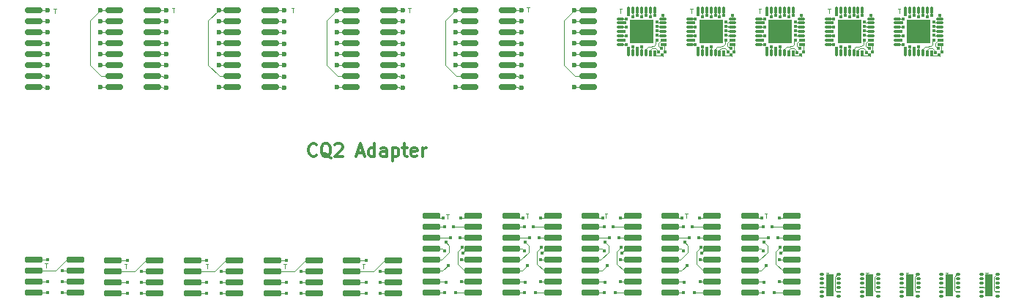
<source format=gbr>
%TF.GenerationSoftware,KiCad,Pcbnew,9.0.1*%
%TF.CreationDate,2025-04-16T14:08:05+02:00*%
%TF.ProjectId,cq2-adapt,6371322d-6164-4617-9074-2e6b69636164,rev?*%
%TF.SameCoordinates,Original*%
%TF.FileFunction,Copper,L1,Top*%
%TF.FilePolarity,Positive*%
%FSLAX46Y46*%
G04 Gerber Fmt 4.6, Leading zero omitted, Abs format (unit mm)*
G04 Created by KiCad (PCBNEW 9.0.1) date 2025-04-16 14:08:05*
%MOMM*%
%LPD*%
G01*
G04 APERTURE LIST*
G04 Aperture macros list*
%AMRoundRect*
0 Rectangle with rounded corners*
0 $1 Rounding radius*
0 $2 $3 $4 $5 $6 $7 $8 $9 X,Y pos of 4 corners*
0 Add a 4 corners polygon primitive as box body*
4,1,4,$2,$3,$4,$5,$6,$7,$8,$9,$2,$3,0*
0 Add four circle primitives for the rounded corners*
1,1,$1+$1,$2,$3*
1,1,$1+$1,$4,$5*
1,1,$1+$1,$6,$7*
1,1,$1+$1,$8,$9*
0 Add four rect primitives between the rounded corners*
20,1,$1+$1,$2,$3,$4,$5,0*
20,1,$1+$1,$4,$5,$6,$7,0*
20,1,$1+$1,$6,$7,$8,$9,0*
20,1,$1+$1,$8,$9,$2,$3,0*%
G04 Aperture macros list end*
%ADD10C,0.300000*%
%TA.AperFunction,NonConductor*%
%ADD11C,0.300000*%
%TD*%
%ADD12C,0.100000*%
%TA.AperFunction,NonConductor*%
%ADD13C,0.100000*%
%TD*%
%TA.AperFunction,SMDPad,CuDef*%
%ADD14RoundRect,0.170016X-0.864984X-0.159984X0.864984X-0.159984X0.864984X0.159984X-0.864984X0.159984X0*%
%TD*%
%TA.AperFunction,SMDPad,CuDef*%
%ADD15RoundRect,0.062500X-0.187500X-0.062500X0.187500X-0.062500X0.187500X0.062500X-0.187500X0.062500X0*%
%TD*%
%TA.AperFunction,SMDPad,CuDef*%
%ADD16R,0.900000X2.650000*%
%TD*%
%TA.AperFunction,ComponentPad*%
%ADD17C,0.600000*%
%TD*%
%TA.AperFunction,SMDPad,CuDef*%
%ADD18RoundRect,0.075000X0.350000X-0.075000X0.350000X0.075000X-0.350000X0.075000X-0.350000X-0.075000X0*%
%TD*%
%TA.AperFunction,SMDPad,CuDef*%
%ADD19RoundRect,0.075000X-0.075000X-0.350000X0.075000X-0.350000X0.075000X0.350000X-0.075000X0.350000X0*%
%TD*%
%TA.AperFunction,SMDPad,CuDef*%
%ADD20RoundRect,0.075000X-0.075000X-0.300000X0.075000X-0.300000X0.075000X0.300000X-0.075000X0.300000X0*%
%TD*%
%TA.AperFunction,SMDPad,CuDef*%
%ADD21RoundRect,0.075000X0.300000X-0.075000X0.300000X0.075000X-0.300000X0.075000X-0.300000X-0.075000X0*%
%TD*%
%TA.AperFunction,SMDPad,CuDef*%
%ADD22R,2.800000X2.800000*%
%TD*%
%TA.AperFunction,SMDPad,CuDef*%
%ADD23RoundRect,0.150000X-0.875000X-0.150000X0.875000X-0.150000X0.875000X0.150000X-0.875000X0.150000X0*%
%TD*%
%TA.AperFunction,ViaPad*%
%ADD24C,0.600000*%
%TD*%
%TA.AperFunction,ViaPad*%
%ADD25C,0.400000*%
%TD*%
%TA.AperFunction,Conductor*%
%ADD26C,0.100000*%
%TD*%
%TA.AperFunction,Conductor*%
%ADD27C,0.120000*%
%TD*%
G04 APERTURE END LIST*
D10*
D11*
X98811653Y-96357971D02*
X98740225Y-96429400D01*
X98740225Y-96429400D02*
X98525939Y-96500828D01*
X98525939Y-96500828D02*
X98383082Y-96500828D01*
X98383082Y-96500828D02*
X98168796Y-96429400D01*
X98168796Y-96429400D02*
X98025939Y-96286542D01*
X98025939Y-96286542D02*
X97954510Y-96143685D01*
X97954510Y-96143685D02*
X97883082Y-95857971D01*
X97883082Y-95857971D02*
X97883082Y-95643685D01*
X97883082Y-95643685D02*
X97954510Y-95357971D01*
X97954510Y-95357971D02*
X98025939Y-95215114D01*
X98025939Y-95215114D02*
X98168796Y-95072257D01*
X98168796Y-95072257D02*
X98383082Y-95000828D01*
X98383082Y-95000828D02*
X98525939Y-95000828D01*
X98525939Y-95000828D02*
X98740225Y-95072257D01*
X98740225Y-95072257D02*
X98811653Y-95143685D01*
X100454510Y-96643685D02*
X100311653Y-96572257D01*
X100311653Y-96572257D02*
X100168796Y-96429400D01*
X100168796Y-96429400D02*
X99954510Y-96215114D01*
X99954510Y-96215114D02*
X99811653Y-96143685D01*
X99811653Y-96143685D02*
X99668796Y-96143685D01*
X99740225Y-96500828D02*
X99597368Y-96429400D01*
X99597368Y-96429400D02*
X99454510Y-96286542D01*
X99454510Y-96286542D02*
X99383082Y-96000828D01*
X99383082Y-96000828D02*
X99383082Y-95500828D01*
X99383082Y-95500828D02*
X99454510Y-95215114D01*
X99454510Y-95215114D02*
X99597368Y-95072257D01*
X99597368Y-95072257D02*
X99740225Y-95000828D01*
X99740225Y-95000828D02*
X100025939Y-95000828D01*
X100025939Y-95000828D02*
X100168796Y-95072257D01*
X100168796Y-95072257D02*
X100311653Y-95215114D01*
X100311653Y-95215114D02*
X100383082Y-95500828D01*
X100383082Y-95500828D02*
X100383082Y-96000828D01*
X100383082Y-96000828D02*
X100311653Y-96286542D01*
X100311653Y-96286542D02*
X100168796Y-96429400D01*
X100168796Y-96429400D02*
X100025939Y-96500828D01*
X100025939Y-96500828D02*
X99740225Y-96500828D01*
X100954511Y-95143685D02*
X101025939Y-95072257D01*
X101025939Y-95072257D02*
X101168797Y-95000828D01*
X101168797Y-95000828D02*
X101525939Y-95000828D01*
X101525939Y-95000828D02*
X101668797Y-95072257D01*
X101668797Y-95072257D02*
X101740225Y-95143685D01*
X101740225Y-95143685D02*
X101811654Y-95286542D01*
X101811654Y-95286542D02*
X101811654Y-95429400D01*
X101811654Y-95429400D02*
X101740225Y-95643685D01*
X101740225Y-95643685D02*
X100883082Y-96500828D01*
X100883082Y-96500828D02*
X101811654Y-96500828D01*
X103525939Y-96072257D02*
X104240225Y-96072257D01*
X103383082Y-96500828D02*
X103883082Y-95000828D01*
X103883082Y-95000828D02*
X104383082Y-96500828D01*
X105525939Y-96500828D02*
X105525939Y-95000828D01*
X105525939Y-96429400D02*
X105383081Y-96500828D01*
X105383081Y-96500828D02*
X105097367Y-96500828D01*
X105097367Y-96500828D02*
X104954510Y-96429400D01*
X104954510Y-96429400D02*
X104883081Y-96357971D01*
X104883081Y-96357971D02*
X104811653Y-96215114D01*
X104811653Y-96215114D02*
X104811653Y-95786542D01*
X104811653Y-95786542D02*
X104883081Y-95643685D01*
X104883081Y-95643685D02*
X104954510Y-95572257D01*
X104954510Y-95572257D02*
X105097367Y-95500828D01*
X105097367Y-95500828D02*
X105383081Y-95500828D01*
X105383081Y-95500828D02*
X105525939Y-95572257D01*
X106883082Y-96500828D02*
X106883082Y-95715114D01*
X106883082Y-95715114D02*
X106811653Y-95572257D01*
X106811653Y-95572257D02*
X106668796Y-95500828D01*
X106668796Y-95500828D02*
X106383082Y-95500828D01*
X106383082Y-95500828D02*
X106240224Y-95572257D01*
X106883082Y-96429400D02*
X106740224Y-96500828D01*
X106740224Y-96500828D02*
X106383082Y-96500828D01*
X106383082Y-96500828D02*
X106240224Y-96429400D01*
X106240224Y-96429400D02*
X106168796Y-96286542D01*
X106168796Y-96286542D02*
X106168796Y-96143685D01*
X106168796Y-96143685D02*
X106240224Y-96000828D01*
X106240224Y-96000828D02*
X106383082Y-95929400D01*
X106383082Y-95929400D02*
X106740224Y-95929400D01*
X106740224Y-95929400D02*
X106883082Y-95857971D01*
X107597367Y-95500828D02*
X107597367Y-97000828D01*
X107597367Y-95572257D02*
X107740225Y-95500828D01*
X107740225Y-95500828D02*
X108025939Y-95500828D01*
X108025939Y-95500828D02*
X108168796Y-95572257D01*
X108168796Y-95572257D02*
X108240225Y-95643685D01*
X108240225Y-95643685D02*
X108311653Y-95786542D01*
X108311653Y-95786542D02*
X108311653Y-96215114D01*
X108311653Y-96215114D02*
X108240225Y-96357971D01*
X108240225Y-96357971D02*
X108168796Y-96429400D01*
X108168796Y-96429400D02*
X108025939Y-96500828D01*
X108025939Y-96500828D02*
X107740225Y-96500828D01*
X107740225Y-96500828D02*
X107597367Y-96429400D01*
X108740225Y-95500828D02*
X109311653Y-95500828D01*
X108954510Y-95000828D02*
X108954510Y-96286542D01*
X108954510Y-96286542D02*
X109025939Y-96429400D01*
X109025939Y-96429400D02*
X109168796Y-96500828D01*
X109168796Y-96500828D02*
X109311653Y-96500828D01*
X110383082Y-96429400D02*
X110240225Y-96500828D01*
X110240225Y-96500828D02*
X109954511Y-96500828D01*
X109954511Y-96500828D02*
X109811653Y-96429400D01*
X109811653Y-96429400D02*
X109740225Y-96286542D01*
X109740225Y-96286542D02*
X109740225Y-95715114D01*
X109740225Y-95715114D02*
X109811653Y-95572257D01*
X109811653Y-95572257D02*
X109954511Y-95500828D01*
X109954511Y-95500828D02*
X110240225Y-95500828D01*
X110240225Y-95500828D02*
X110383082Y-95572257D01*
X110383082Y-95572257D02*
X110454511Y-95715114D01*
X110454511Y-95715114D02*
X110454511Y-95857971D01*
X110454511Y-95857971D02*
X109740225Y-96000828D01*
X111097367Y-96500828D02*
X111097367Y-95500828D01*
X111097367Y-95786542D02*
X111168796Y-95643685D01*
X111168796Y-95643685D02*
X111240225Y-95572257D01*
X111240225Y-95572257D02*
X111383082Y-95500828D01*
X111383082Y-95500828D02*
X111525939Y-95500828D01*
D12*
D13*
X133813408Y-79433609D02*
X134099122Y-79433609D01*
X133956265Y-79933609D02*
X133956265Y-79433609D01*
D12*
D13*
X142013408Y-79433609D02*
X142299122Y-79433609D01*
X142156265Y-79933609D02*
X142156265Y-79433609D01*
D12*
D13*
X149913408Y-79433609D02*
X150199122Y-79433609D01*
X150056265Y-79933609D02*
X150056265Y-79433609D01*
D12*
D13*
X157913408Y-79433609D02*
X158199122Y-79433609D01*
X158056265Y-79933609D02*
X158056265Y-79433609D01*
D12*
D13*
X166013408Y-79433609D02*
X166299122Y-79433609D01*
X166156265Y-79933609D02*
X166156265Y-79433609D01*
D12*
D13*
X176113408Y-109933609D02*
X176399122Y-109933609D01*
X176256265Y-110433609D02*
X176256265Y-109933609D01*
D12*
D13*
X171513408Y-109933609D02*
X171799122Y-109933609D01*
X171656265Y-110433609D02*
X171656265Y-109933609D01*
D12*
D13*
X166913408Y-109933609D02*
X167199122Y-109933609D01*
X167056265Y-110433609D02*
X167056265Y-109933609D01*
D12*
D13*
X162313408Y-109933609D02*
X162599122Y-109933609D01*
X162456265Y-110433609D02*
X162456265Y-109933609D01*
D12*
D13*
X157713408Y-109933609D02*
X157999122Y-109933609D01*
X157856265Y-110433609D02*
X157856265Y-109933609D01*
D12*
D13*
X150613408Y-103133609D02*
X150899122Y-103133609D01*
X150756265Y-103633609D02*
X150756265Y-103133609D01*
D12*
D13*
X141413408Y-103133609D02*
X141699122Y-103133609D01*
X141556265Y-103633609D02*
X141556265Y-103133609D01*
D12*
D13*
X132113408Y-103133609D02*
X132399122Y-103133609D01*
X132256265Y-103633609D02*
X132256265Y-103133609D01*
D12*
D13*
X123013408Y-103133609D02*
X123299122Y-103133609D01*
X123156265Y-103633609D02*
X123156265Y-103133609D01*
D12*
D13*
X113813408Y-103233609D02*
X114099122Y-103233609D01*
X113956265Y-103733609D02*
X113956265Y-103233609D01*
D12*
D13*
X123113408Y-79233609D02*
X123399122Y-79233609D01*
X123256265Y-79733609D02*
X123256265Y-79233609D01*
D12*
D13*
X109413408Y-79333609D02*
X109699122Y-79333609D01*
X109556265Y-79833609D02*
X109556265Y-79333609D01*
D12*
D13*
X95913408Y-79333609D02*
X96199122Y-79333609D01*
X96056265Y-79833609D02*
X96056265Y-79333609D01*
D12*
D13*
X82113408Y-79333609D02*
X82399122Y-79333609D01*
X82256265Y-79833609D02*
X82256265Y-79333609D01*
D12*
D13*
X68413408Y-79433609D02*
X68699122Y-79433609D01*
X68556265Y-79933609D02*
X68556265Y-79433609D01*
D12*
D13*
X104113408Y-108933609D02*
X104399122Y-108933609D01*
X104256265Y-109433609D02*
X104256265Y-108933609D01*
D12*
D13*
X95013408Y-108933609D02*
X95299122Y-108933609D01*
X95156265Y-109433609D02*
X95156265Y-108933609D01*
D12*
D13*
X67413408Y-108833609D02*
X67699122Y-108833609D01*
X67556265Y-109333609D02*
X67556265Y-108833609D01*
D12*
D13*
X86013408Y-108933609D02*
X86299122Y-108933609D01*
X86156265Y-109433609D02*
X86156265Y-108933609D01*
D12*
D13*
X76613408Y-108933609D02*
X76899122Y-108933609D01*
X76756265Y-109433609D02*
X76756265Y-108933609D01*
D14*
%TO.P,UT5,1,RO*%
%TO.N,Net-(UT5-RO)*%
X93675000Y-108495000D03*
%TO.P,UT5,2,~{RE}*%
%TO.N,Net-(UT5-VCC)*%
X93675000Y-109765000D03*
%TO.P,UT5,3,DE*%
%TO.N,Net-(UT5-DE)*%
X93675000Y-111035000D03*
%TO.P,UT5,4,DI*%
%TO.N,Net-(UT5-DI)*%
X93675000Y-112305000D03*
%TO.P,UT5,5,GND*%
%TO.N,Net-(UT5-GND)*%
X98525000Y-112305000D03*
%TO.P,UT5,6,A*%
%TO.N,Net-(UT5-A)*%
X98525000Y-111035000D03*
%TO.P,UT5,7,B*%
%TO.N,Net-(UT5-B)*%
X98525000Y-109765000D03*
%TO.P,UT5,8,VCC*%
%TO.N,Net-(UT5-VCC)*%
X98525000Y-108495000D03*
%TD*%
D15*
%TO.P,UT2,1,PGOOD*%
%TO.N,Net-(UB2-PGOOD)*%
X175650000Y-110150000D03*
%TO.P,UT2,2,FB+*%
%TO.N,Net-(UB2-FB+)*%
X175650000Y-110650000D03*
%TO.P,UT2,3,VIN*%
%TO.N,Net-(UB2-VIN)*%
X175650000Y-111150000D03*
%TO.P,UT2,4,GND*%
%TO.N,Net-(UB2-GND)*%
X175650000Y-111650000D03*
%TO.P,UT2,5,CP*%
%TO.N,Net-(UB2-CP)*%
X175650000Y-112150000D03*
%TO.P,UT2,6,OUT-*%
%TO.N,Net-(UB2-OUT-)*%
X175650000Y-112650000D03*
%TO.P,UT2,7,FB-*%
%TO.N,Net-(UB2-FB-)*%
X177550000Y-112650000D03*
%TO.P,UT2,8,EN-*%
%TO.N,Net-(UB2-EN+)*%
X177550000Y-112150000D03*
%TO.P,UT2,9,C-*%
%TO.N,Net-(UB2-C-)*%
X177551000Y-111650000D03*
%TO.P,UT2,10,C+*%
%TO.N,Net-(UB2-C+)*%
X177551000Y-111150000D03*
%TO.P,UT2,11,OUT+*%
%TO.N,Net-(UB2-OUT+)*%
X177551000Y-110650000D03*
%TO.P,UT2,12,EN+*%
%TO.N,Net-(UB2-EN+)*%
X177550000Y-110150000D03*
D16*
%TO.P,UT2,EP,PAD*%
%TO.N,Net-(UB2-GND)*%
X176550000Y-111400000D03*
D17*
X176600000Y-110400000D03*
X176600000Y-111400000D03*
X176600000Y-112400000D03*
%TD*%
D15*
%TO.P,UT2,1,PGOOD*%
%TO.N,Net-(UB2-PGOOD)*%
X161850000Y-110150000D03*
%TO.P,UT2,2,FB+*%
%TO.N,Net-(UB2-FB+)*%
X161850000Y-110650000D03*
%TO.P,UT2,3,VIN*%
%TO.N,Net-(UB2-VIN)*%
X161850000Y-111150000D03*
%TO.P,UT2,4,GND*%
%TO.N,Net-(UB2-GND)*%
X161850000Y-111650000D03*
%TO.P,UT2,5,CP*%
%TO.N,Net-(UB2-CP)*%
X161850000Y-112150000D03*
%TO.P,UT2,6,OUT-*%
%TO.N,Net-(UB2-OUT-)*%
X161850000Y-112650000D03*
%TO.P,UT2,7,FB-*%
%TO.N,Net-(UB2-FB-)*%
X163750000Y-112650000D03*
%TO.P,UT2,8,EN-*%
%TO.N,Net-(UB2-EN+)*%
X163750000Y-112150000D03*
%TO.P,UT2,9,C-*%
%TO.N,Net-(UB2-C-)*%
X163751000Y-111650000D03*
%TO.P,UT2,10,C+*%
%TO.N,Net-(UB2-C+)*%
X163751000Y-111150000D03*
%TO.P,UT2,11,OUT+*%
%TO.N,Net-(UB2-OUT+)*%
X163751000Y-110650000D03*
%TO.P,UT2,12,EN+*%
%TO.N,Net-(UB2-EN+)*%
X163750000Y-110150000D03*
D16*
%TO.P,UT2,EP,PAD*%
%TO.N,Net-(UB2-GND)*%
X162750000Y-111400000D03*
D17*
X162800000Y-110400000D03*
X162800000Y-111400000D03*
X162800000Y-112400000D03*
%TD*%
%TO.P,UB3,EP,EP*%
%TO.N,Net-(UB3-PadEP)*%
X159752494Y-81402497D03*
X159752494Y-82702497D03*
X161052494Y-81402497D03*
X161052494Y-82702497D03*
%TD*%
D15*
%TO.P,UT2,1,PGOOD*%
%TO.N,Net-(UB2-PGOOD)*%
X157250000Y-110150000D03*
%TO.P,UT2,2,FB+*%
%TO.N,Net-(UB2-FB+)*%
X157250000Y-110650000D03*
%TO.P,UT2,3,VIN*%
%TO.N,Net-(UB2-VIN)*%
X157250000Y-111150000D03*
%TO.P,UT2,4,GND*%
%TO.N,Net-(UB2-GND)*%
X157250000Y-111650000D03*
%TO.P,UT2,5,CP*%
%TO.N,Net-(UB2-CP)*%
X157250000Y-112150000D03*
%TO.P,UT2,6,OUT-*%
%TO.N,Net-(UB2-OUT-)*%
X157250000Y-112650000D03*
%TO.P,UT2,7,FB-*%
%TO.N,Net-(UB2-FB-)*%
X159150000Y-112650000D03*
%TO.P,UT2,8,EN-*%
%TO.N,Net-(UB2-EN+)*%
X159150000Y-112150000D03*
%TO.P,UT2,9,C-*%
%TO.N,Net-(UB2-C-)*%
X159151000Y-111650000D03*
%TO.P,UT2,10,C+*%
%TO.N,Net-(UB2-C+)*%
X159151000Y-111150000D03*
%TO.P,UT2,11,OUT+*%
%TO.N,Net-(UB2-OUT+)*%
X159151000Y-110650000D03*
%TO.P,UT2,12,EN+*%
%TO.N,Net-(UB2-EN+)*%
X159150000Y-110150000D03*
D16*
%TO.P,UT2,EP,PAD*%
%TO.N,Net-(UB2-GND)*%
X158150000Y-111400000D03*
D17*
X158200000Y-110400000D03*
X158200000Y-111400000D03*
X158200000Y-112400000D03*
%TD*%
D18*
%TO.P,UT3,1,SLOPE*%
%TO.N,Net-(UB3-SLOPE)*%
X149952494Y-80552497D03*
%TO.P,UT3,2,COMP*%
%TO.N,Net-(UB3-COMP)*%
X149952494Y-81052497D03*
%TO.P,UT3,3,REF*%
%TO.N,Net-(UB3-REF)*%
X149952494Y-81552497D03*
%TO.P,UT3,4,RT*%
%TO.N,Net-(UB3-RT)*%
X149952494Y-82052497D03*
%TO.P,UT3,5,AGND*%
%TO.N,Net-(UB3-AGND)*%
X149952494Y-82552497D03*
%TO.P,UT3,6,RD1*%
%TO.N,Net-(UB3-RD1)*%
X149952494Y-83052497D03*
%TO.P,UT3,7,RD2*%
%TO.N,Net-(UB3-RD2)*%
X149952494Y-83552497D03*
D19*
%TO.P,UT3,8,RES*%
%TO.N,Net-(UB3-RES)*%
X150902494Y-84502497D03*
%TO.P,UT3,9,SS*%
%TO.N,Net-(UB3-SS)*%
X151402494Y-84502497D03*
%TO.P,UT3,10,SSSR*%
%TO.N,Net-(UB3-SSSR)*%
X151902494Y-84502497D03*
%TO.P,UT3,11,SS_OFF*%
%TO.N,Net-(UB3-SS_OFF)*%
X152402494Y-84502497D03*
%TO.P,UT3,12,HS2*%
%TO.N,Net-(UB3-LO2)*%
X152902494Y-84502497D03*
D20*
%TO.P,UT3,13,HO2*%
%TO.N,Net-(UB3-HO2)*%
X153402494Y-84552497D03*
%TO.P,UT3,14,BST2*%
%TO.N,Net-(UB3-BST2)*%
X153902494Y-84552497D03*
D21*
%TO.P,UT3,15,SR2*%
%TO.N,Net-(UB3-SR2)*%
X154902494Y-83552497D03*
%TO.P,UT3,16,LO2*%
%TO.N,Net-(UB3-HS2)*%
X154902494Y-83052497D03*
D18*
%TO.P,UT3,17,VCC*%
%TO.N,Net-(UB3-VCC)*%
X154852494Y-82552497D03*
%TO.P,UT3,18,PGND*%
%TO.N,Net-(UB3-PGND)*%
X154852494Y-82052497D03*
%TO.P,UT3,19,LO1*%
%TO.N,Net-(UB3-LO1)*%
X154852494Y-81552497D03*
%TO.P,UT3,20,SR1*%
%TO.N,Net-(UB3-SR1)*%
X154852494Y-81052497D03*
%TO.P,UT3,21,BST1*%
%TO.N,Net-(UB3-BST1)*%
X154852494Y-80552497D03*
D19*
%TO.P,UT3,22,HO1*%
%TO.N,Net-(UB3-HO1)*%
X153902494Y-79602497D03*
%TO.P,UT3,23,HS1*%
%TO.N,Net-(UB3-HS1)*%
X153402494Y-79602497D03*
%TO.P,UT3,24,VIN*%
%TO.N,Net-(UB3-VIN)*%
X152902494Y-79602497D03*
%TO.P,UT3,25,UVLO*%
%TO.N,Net-(UB3-UVLO)*%
X152402494Y-79602497D03*
%TO.P,UT3,26,OVP*%
%TO.N,Net-(UB3-OVP)*%
X151902494Y-79602497D03*
%TO.P,UT3,27,RAMP*%
%TO.N,Net-(UB3-RAMP)*%
X151402494Y-79602497D03*
%TO.P,UT3,28,CS*%
%TO.N,Net-(UB3-CS)*%
X150902494Y-79602497D03*
D17*
%TO.P,UT3,EP,EP*%
%TO.N,Net-(UB3-PadEP)*%
X151752494Y-81402497D03*
X151752494Y-82702497D03*
D22*
X152402494Y-82052497D03*
D17*
X153052494Y-81402497D03*
X153052494Y-82702497D03*
%TD*%
D16*
%TO.P,UB2,EP,PAD*%
%TO.N,Net-(UB2-GND)*%
X176550000Y-111400000D03*
D17*
X176600000Y-110400000D03*
X176600000Y-111400000D03*
X176600000Y-112400000D03*
%TD*%
D14*
%TO.P,UT5,1,RO*%
%TO.N,Net-(UT5-RO)*%
X102875000Y-108495000D03*
%TO.P,UT5,2,~{RE}*%
%TO.N,Net-(UT5-VCC)*%
X102875000Y-109765000D03*
%TO.P,UT5,3,DE*%
%TO.N,Net-(UT5-DE)*%
X102875000Y-111035000D03*
%TO.P,UT5,4,DI*%
%TO.N,Net-(UT5-DI)*%
X102875000Y-112305000D03*
%TO.P,UT5,5,GND*%
%TO.N,Net-(UT5-GND)*%
X107725000Y-112305000D03*
%TO.P,UT5,6,A*%
%TO.N,Net-(UT5-A)*%
X107725000Y-111035000D03*
%TO.P,UT5,7,B*%
%TO.N,Net-(UT5-B)*%
X107725000Y-109765000D03*
%TO.P,UT5,8,VCC*%
%TO.N,Net-(UT5-VCC)*%
X107725000Y-108495000D03*
%TD*%
D18*
%TO.P,UT3,1,SLOPE*%
%TO.N,Net-(UB3-SLOPE)*%
X141950000Y-80550000D03*
%TO.P,UT3,2,COMP*%
%TO.N,Net-(UB3-COMP)*%
X141950000Y-81050000D03*
%TO.P,UT3,3,REF*%
%TO.N,Net-(UB3-REF)*%
X141950000Y-81550000D03*
%TO.P,UT3,4,RT*%
%TO.N,Net-(UB3-RT)*%
X141950000Y-82050000D03*
%TO.P,UT3,5,AGND*%
%TO.N,Net-(UB3-AGND)*%
X141950000Y-82550000D03*
%TO.P,UT3,6,RD1*%
%TO.N,Net-(UB3-RD1)*%
X141950000Y-83050000D03*
%TO.P,UT3,7,RD2*%
%TO.N,Net-(UB3-RD2)*%
X141950000Y-83550000D03*
D19*
%TO.P,UT3,8,RES*%
%TO.N,Net-(UB3-RES)*%
X142900000Y-84500000D03*
%TO.P,UT3,9,SS*%
%TO.N,Net-(UB3-SS)*%
X143400000Y-84500000D03*
%TO.P,UT3,10,SSSR*%
%TO.N,Net-(UB3-SSSR)*%
X143900000Y-84500000D03*
%TO.P,UT3,11,SS_OFF*%
%TO.N,Net-(UB3-SS_OFF)*%
X144400000Y-84500000D03*
%TO.P,UT3,12,HS2*%
%TO.N,Net-(UB3-LO2)*%
X144900000Y-84500000D03*
D20*
%TO.P,UT3,13,HO2*%
%TO.N,Net-(UB3-HO2)*%
X145400000Y-84550000D03*
%TO.P,UT3,14,BST2*%
%TO.N,Net-(UB3-BST2)*%
X145900000Y-84550000D03*
D21*
%TO.P,UT3,15,SR2*%
%TO.N,Net-(UB3-SR2)*%
X146900000Y-83550000D03*
%TO.P,UT3,16,LO2*%
%TO.N,Net-(UB3-HS2)*%
X146900000Y-83050000D03*
D18*
%TO.P,UT3,17,VCC*%
%TO.N,Net-(UB3-VCC)*%
X146850000Y-82550000D03*
%TO.P,UT3,18,PGND*%
%TO.N,Net-(UB3-PGND)*%
X146850000Y-82050000D03*
%TO.P,UT3,19,LO1*%
%TO.N,Net-(UB3-LO1)*%
X146850000Y-81550000D03*
%TO.P,UT3,20,SR1*%
%TO.N,Net-(UB3-SR1)*%
X146850000Y-81050000D03*
%TO.P,UT3,21,BST1*%
%TO.N,Net-(UB3-BST1)*%
X146850000Y-80550000D03*
D19*
%TO.P,UT3,22,HO1*%
%TO.N,Net-(UB3-HO1)*%
X145900000Y-79600000D03*
%TO.P,UT3,23,HS1*%
%TO.N,Net-(UB3-HS1)*%
X145400000Y-79600000D03*
%TO.P,UT3,24,VIN*%
%TO.N,Net-(UB3-VIN)*%
X144900000Y-79600000D03*
%TO.P,UT3,25,UVLO*%
%TO.N,Net-(UB3-UVLO)*%
X144400000Y-79600000D03*
%TO.P,UT3,26,OVP*%
%TO.N,Net-(UB3-OVP)*%
X143900000Y-79600000D03*
%TO.P,UT3,27,RAMP*%
%TO.N,Net-(UB3-RAMP)*%
X143400000Y-79600000D03*
%TO.P,UT3,28,CS*%
%TO.N,Net-(UB3-CS)*%
X142900000Y-79600000D03*
D17*
%TO.P,UT3,EP,EP*%
%TO.N,Net-(UB3-PadEP)*%
X143750000Y-81400000D03*
X143750000Y-82700000D03*
D22*
X144400000Y-82050000D03*
D17*
X145050000Y-81400000D03*
X145050000Y-82700000D03*
%TD*%
D23*
%TO.P,UT1,1,VCC*%
%TO.N,Net-(UB1-VCC)*%
X120900000Y-79600000D03*
%TO.P,UT1,2,GND1*%
%TO.N,Net-(UB1-GND1-Pad2)*%
X120900000Y-80870000D03*
%TO.P,UT1,3,INA*%
%TO.N,Net-(UB1-INA)*%
X120900000Y-82140000D03*
%TO.P,UT1,4,INB*%
%TO.N,Net-(UB1-INB)*%
X120900000Y-83410000D03*
%TO.P,UT1,5,INC*%
%TO.N,Net-(UB1-INC)*%
X120900000Y-84680000D03*
%TO.P,UT1,6,OUTD*%
%TO.N,Net-(UB1-OUTD)*%
X120900000Y-85950000D03*
%TO.P,UT1,7,NC*%
%TO.N,Net-(UB1-NC)*%
X120900000Y-87220000D03*
%TO.P,UT1,8,GND1*%
%TO.N,Net-(UB1-GND1-Pad8)*%
X120900000Y-88490000D03*
%TO.P,UT1,9,GND2*%
%TO.N,Net-(UB1-GND2-Pad9)*%
X130200000Y-88490000D03*
%TO.P,UT1,10,SEL*%
%TO.N,Net-(UB1-VISO)*%
X130200000Y-87220000D03*
%TO.P,UT1,11,IND*%
%TO.N,Net-(UB1-IND)*%
X130200000Y-85950000D03*
%TO.P,UT1,12,OUTC*%
%TO.N,Net-(UB1-OUTC)*%
X130200000Y-84680000D03*
%TO.P,UT1,13,OUTB*%
%TO.N,Net-(UB1-OUTB)*%
X130200000Y-83410000D03*
%TO.P,UT1,14,OUTA*%
%TO.N,Net-(UB1-OUTA)*%
X130200000Y-82140000D03*
%TO.P,UT1,15,GND2*%
%TO.N,Net-(UB1-GND2-Pad15)*%
X130200000Y-80870000D03*
%TO.P,UT1,16,VISO*%
%TO.N,Net-(UB1-VISO)*%
X130200000Y-79600000D03*
%TD*%
D16*
%TO.P,UB2,EP,PAD*%
%TO.N,Net-(UB2-GND)*%
X167350000Y-111400000D03*
D17*
X167400000Y-110400000D03*
X167400000Y-111400000D03*
X167400000Y-112400000D03*
%TD*%
D14*
%TO.P,UT4,1,VDD1*%
%TO.N,Net-(UB4-VDD1)*%
X130500000Y-103400000D03*
%TO.P,UT4,2,GND1*%
%TO.N,Net-(UB4-GND1-Pad2)*%
X130500000Y-104670000D03*
%TO.P,UT4,3,A1*%
%TO.N,Net-(UB4-A4)*%
X130500000Y-105940000D03*
%TO.P,UT4,4,A2*%
%TO.N,Net-(UB4-A3)*%
X130500000Y-107210000D03*
%TO.P,UT4,5,A3*%
%TO.N,Net-(UB4-A1)*%
X130500000Y-108480000D03*
%TO.P,UT4,6,A4*%
%TO.N,Net-(UB4-A2)*%
X130500000Y-109750000D03*
%TO.P,UT4,7,EN1*%
%TO.N,Net-(UB4-EN1)*%
X130500000Y-111020000D03*
%TO.P,UT4,8,GND1*%
%TO.N,Net-(UB4-GND1-Pad2)*%
X130500000Y-112290000D03*
%TO.P,UT4,9,GND2*%
%TO.N,Net-(UB4-GND2-Pad15)*%
X135350000Y-112290000D03*
%TO.P,UT4,10,EN2*%
%TO.N,Net-(UB4-EN2)*%
X135350000Y-111020000D03*
%TO.P,UT4,11,B4*%
%TO.N,Net-(UB4-B2)*%
X135350000Y-109750000D03*
%TO.P,UT4,12,B3*%
%TO.N,Net-(UB4-B1)*%
X135350000Y-108480000D03*
%TO.P,UT4,13,B2*%
%TO.N,Net-(UB4-B3)*%
X135350000Y-107210000D03*
%TO.P,UT4,14,B1*%
%TO.N,Net-(UB4-B4)*%
X135350000Y-105940000D03*
%TO.P,UT4,15,GND2*%
%TO.N,Net-(UB4-GND2-Pad15)*%
X135350000Y-104670000D03*
%TO.P,UT4,16,VDD2*%
%TO.N,Net-(UB4-VDD2)*%
X135350000Y-103400000D03*
%TD*%
%TO.P,UT4,1,VDD1*%
%TO.N,Net-(UB4-VDD1)*%
X139700000Y-103400000D03*
%TO.P,UT4,2,GND1*%
%TO.N,Net-(UB4-GND1-Pad2)*%
X139700000Y-104670000D03*
%TO.P,UT4,3,A1*%
%TO.N,Net-(UB4-A4)*%
X139700000Y-105940000D03*
%TO.P,UT4,4,A2*%
%TO.N,Net-(UB4-A3)*%
X139700000Y-107210000D03*
%TO.P,UT4,5,A3*%
%TO.N,Net-(UB4-A1)*%
X139700000Y-108480000D03*
%TO.P,UT4,6,A4*%
%TO.N,Net-(UB4-A2)*%
X139700000Y-109750000D03*
%TO.P,UT4,7,EN1*%
%TO.N,Net-(UB4-EN1)*%
X139700000Y-111020000D03*
%TO.P,UT4,8,GND1*%
%TO.N,Net-(UB4-GND1-Pad2)*%
X139700000Y-112290000D03*
%TO.P,UT4,9,GND2*%
%TO.N,Net-(UB4-GND2-Pad15)*%
X144550000Y-112290000D03*
%TO.P,UT4,10,EN2*%
%TO.N,Net-(UB4-EN2)*%
X144550000Y-111020000D03*
%TO.P,UT4,11,B4*%
%TO.N,Net-(UB4-B2)*%
X144550000Y-109750000D03*
%TO.P,UT4,12,B3*%
%TO.N,Net-(UB4-B1)*%
X144550000Y-108480000D03*
%TO.P,UT4,13,B2*%
%TO.N,Net-(UB4-B3)*%
X144550000Y-107210000D03*
%TO.P,UT4,14,B1*%
%TO.N,Net-(UB4-B4)*%
X144550000Y-105940000D03*
%TO.P,UT4,15,GND2*%
%TO.N,Net-(UB4-GND2-Pad15)*%
X144550000Y-104670000D03*
%TO.P,UT4,16,VDD2*%
%TO.N,Net-(UB4-VDD2)*%
X144550000Y-103400000D03*
%TD*%
D16*
%TO.P,UB2,EP,PAD*%
%TO.N,Net-(UB2-GND)*%
X158150000Y-111400000D03*
D17*
X158200000Y-110400000D03*
X158200000Y-111400000D03*
X158200000Y-112400000D03*
%TD*%
D23*
%TO.P,UT1,1,VCC*%
%TO.N,Net-(UB1-VCC)*%
X93500000Y-79600000D03*
%TO.P,UT1,2,GND1*%
%TO.N,Net-(UB1-GND1-Pad2)*%
X93500000Y-80870000D03*
%TO.P,UT1,3,INA*%
%TO.N,Net-(UB1-INA)*%
X93500000Y-82140000D03*
%TO.P,UT1,4,INB*%
%TO.N,Net-(UB1-INB)*%
X93500000Y-83410000D03*
%TO.P,UT1,5,INC*%
%TO.N,Net-(UB1-INC)*%
X93500000Y-84680000D03*
%TO.P,UT1,6,OUTD*%
%TO.N,Net-(UB1-OUTD)*%
X93500000Y-85950000D03*
%TO.P,UT1,7,NC*%
%TO.N,Net-(UB1-NC)*%
X93500000Y-87220000D03*
%TO.P,UT1,8,GND1*%
%TO.N,Net-(UB1-GND1-Pad8)*%
X93500000Y-88490000D03*
%TO.P,UT1,9,GND2*%
%TO.N,Net-(UB1-GND2-Pad9)*%
X102800000Y-88490000D03*
%TO.P,UT1,10,SEL*%
%TO.N,Net-(UB1-VISO)*%
X102800000Y-87220000D03*
%TO.P,UT1,11,IND*%
%TO.N,Net-(UB1-IND)*%
X102800000Y-85950000D03*
%TO.P,UT1,12,OUTC*%
%TO.N,Net-(UB1-OUTC)*%
X102800000Y-84680000D03*
%TO.P,UT1,13,OUTB*%
%TO.N,Net-(UB1-OUTB)*%
X102800000Y-83410000D03*
%TO.P,UT1,14,OUTA*%
%TO.N,Net-(UB1-OUTA)*%
X102800000Y-82140000D03*
%TO.P,UT1,15,GND2*%
%TO.N,Net-(UB1-GND2-Pad15)*%
X102800000Y-80870000D03*
%TO.P,UT1,16,VISO*%
%TO.N,Net-(UB1-VISO)*%
X102800000Y-79600000D03*
%TD*%
%TO.P,UT1,1,VCC*%
%TO.N,Net-(UB1-VCC)*%
X79800000Y-79600000D03*
%TO.P,UT1,2,GND1*%
%TO.N,Net-(UB1-GND1-Pad2)*%
X79800000Y-80870000D03*
%TO.P,UT1,3,INA*%
%TO.N,Net-(UB1-INA)*%
X79800000Y-82140000D03*
%TO.P,UT1,4,INB*%
%TO.N,Net-(UB1-INB)*%
X79800000Y-83410000D03*
%TO.P,UT1,5,INC*%
%TO.N,Net-(UB1-INC)*%
X79800000Y-84680000D03*
%TO.P,UT1,6,OUTD*%
%TO.N,Net-(UB1-OUTD)*%
X79800000Y-85950000D03*
%TO.P,UT1,7,NC*%
%TO.N,Net-(UB1-NC)*%
X79800000Y-87220000D03*
%TO.P,UT1,8,GND1*%
%TO.N,Net-(UB1-GND1-Pad8)*%
X79800000Y-88490000D03*
%TO.P,UT1,9,GND2*%
%TO.N,Net-(UB1-GND2-Pad9)*%
X89100000Y-88490000D03*
%TO.P,UT1,10,SEL*%
%TO.N,Net-(UB1-VISO)*%
X89100000Y-87220000D03*
%TO.P,UT1,11,IND*%
%TO.N,Net-(UB1-IND)*%
X89100000Y-85950000D03*
%TO.P,UT1,12,OUTC*%
%TO.N,Net-(UB1-OUTC)*%
X89100000Y-84680000D03*
%TO.P,UT1,13,OUTB*%
%TO.N,Net-(UB1-OUTB)*%
X89100000Y-83410000D03*
%TO.P,UT1,14,OUTA*%
%TO.N,Net-(UB1-OUTA)*%
X89100000Y-82140000D03*
%TO.P,UT1,15,GND2*%
%TO.N,Net-(UB1-GND2-Pad15)*%
X89100000Y-80870000D03*
%TO.P,UT1,16,VISO*%
%TO.N,Net-(UB1-VISO)*%
X89100000Y-79600000D03*
%TD*%
D17*
%TO.P,UB3,EP,EP*%
%TO.N,Net-(UB3-PadEP)*%
X167752494Y-81402497D03*
X167752494Y-82702497D03*
X169052494Y-81402497D03*
X169052494Y-82702497D03*
%TD*%
D14*
%TO.P,UT4,1,VDD1*%
%TO.N,Net-(UB4-VDD1)*%
X112100000Y-103400000D03*
%TO.P,UT4,2,GND1*%
%TO.N,Net-(UB4-GND1-Pad2)*%
X112100000Y-104670000D03*
%TO.P,UT4,3,A1*%
%TO.N,Net-(UB4-A4)*%
X112100000Y-105940000D03*
%TO.P,UT4,4,A2*%
%TO.N,Net-(UB4-A3)*%
X112100000Y-107210000D03*
%TO.P,UT4,5,A3*%
%TO.N,Net-(UB4-A1)*%
X112100000Y-108480000D03*
%TO.P,UT4,6,A4*%
%TO.N,Net-(UB4-A2)*%
X112100000Y-109750000D03*
%TO.P,UT4,7,EN1*%
%TO.N,Net-(UB4-EN1)*%
X112100000Y-111020000D03*
%TO.P,UT4,8,GND1*%
%TO.N,Net-(UB4-GND1-Pad2)*%
X112100000Y-112290000D03*
%TO.P,UT4,9,GND2*%
%TO.N,Net-(UB4-GND2-Pad15)*%
X116950000Y-112290000D03*
%TO.P,UT4,10,EN2*%
%TO.N,Net-(UB4-EN2)*%
X116950000Y-111020000D03*
%TO.P,UT4,11,B4*%
%TO.N,Net-(UB4-B2)*%
X116950000Y-109750000D03*
%TO.P,UT4,12,B3*%
%TO.N,Net-(UB4-B1)*%
X116950000Y-108480000D03*
%TO.P,UT4,13,B2*%
%TO.N,Net-(UB4-B3)*%
X116950000Y-107210000D03*
%TO.P,UT4,14,B1*%
%TO.N,Net-(UB4-B4)*%
X116950000Y-105940000D03*
%TO.P,UT4,15,GND2*%
%TO.N,Net-(UB4-GND2-Pad15)*%
X116950000Y-104670000D03*
%TO.P,UT4,16,VDD2*%
%TO.N,Net-(UB4-VDD2)*%
X116950000Y-103400000D03*
%TD*%
D17*
%TO.P,UB3,EP,EP*%
%TO.N,Net-(UB3-PadEP)*%
X143750000Y-81400000D03*
X143750000Y-82700000D03*
X145050000Y-81400000D03*
X145050000Y-82700000D03*
%TD*%
D18*
%TO.P,UT3,1,SLOPE*%
%TO.N,Net-(UB3-SLOPE)*%
X133950000Y-80550000D03*
%TO.P,UT3,2,COMP*%
%TO.N,Net-(UB3-COMP)*%
X133950000Y-81050000D03*
%TO.P,UT3,3,REF*%
%TO.N,Net-(UB3-REF)*%
X133950000Y-81550000D03*
%TO.P,UT3,4,RT*%
%TO.N,Net-(UB3-RT)*%
X133950000Y-82050000D03*
%TO.P,UT3,5,AGND*%
%TO.N,Net-(UB3-AGND)*%
X133950000Y-82550000D03*
%TO.P,UT3,6,RD1*%
%TO.N,Net-(UB3-RD1)*%
X133950000Y-83050000D03*
%TO.P,UT3,7,RD2*%
%TO.N,Net-(UB3-RD2)*%
X133950000Y-83550000D03*
D19*
%TO.P,UT3,8,RES*%
%TO.N,Net-(UB3-RES)*%
X134900000Y-84500000D03*
%TO.P,UT3,9,SS*%
%TO.N,Net-(UB3-SS)*%
X135400000Y-84500000D03*
%TO.P,UT3,10,SSSR*%
%TO.N,Net-(UB3-SSSR)*%
X135900000Y-84500000D03*
%TO.P,UT3,11,SS_OFF*%
%TO.N,Net-(UB3-SS_OFF)*%
X136400000Y-84500000D03*
%TO.P,UT3,12,HS2*%
%TO.N,Net-(UB3-LO2)*%
X136900000Y-84500000D03*
D20*
%TO.P,UT3,13,HO2*%
%TO.N,Net-(UB3-HO2)*%
X137400000Y-84550000D03*
%TO.P,UT3,14,BST2*%
%TO.N,Net-(UB3-BST2)*%
X137900000Y-84550000D03*
D21*
%TO.P,UT3,15,SR2*%
%TO.N,Net-(UB3-SR2)*%
X138900000Y-83550000D03*
%TO.P,UT3,16,LO2*%
%TO.N,Net-(UB3-HS2)*%
X138900000Y-83050000D03*
D18*
%TO.P,UT3,17,VCC*%
%TO.N,Net-(UB3-VCC)*%
X138850000Y-82550000D03*
%TO.P,UT3,18,PGND*%
%TO.N,Net-(UB3-PGND)*%
X138850000Y-82050000D03*
%TO.P,UT3,19,LO1*%
%TO.N,Net-(UB3-LO1)*%
X138850000Y-81550000D03*
%TO.P,UT3,20,SR1*%
%TO.N,Net-(UB3-SR1)*%
X138850000Y-81050000D03*
%TO.P,UT3,21,BST1*%
%TO.N,Net-(UB3-BST1)*%
X138850000Y-80550000D03*
D19*
%TO.P,UT3,22,HO1*%
%TO.N,Net-(UB3-HO1)*%
X137900000Y-79600000D03*
%TO.P,UT3,23,HS1*%
%TO.N,Net-(UB3-HS1)*%
X137400000Y-79600000D03*
%TO.P,UT3,24,VIN*%
%TO.N,Net-(UB3-VIN)*%
X136900000Y-79600000D03*
%TO.P,UT3,25,UVLO*%
%TO.N,Net-(UB3-UVLO)*%
X136400000Y-79600000D03*
%TO.P,UT3,26,OVP*%
%TO.N,Net-(UB3-OVP)*%
X135900000Y-79600000D03*
%TO.P,UT3,27,RAMP*%
%TO.N,Net-(UB3-RAMP)*%
X135400000Y-79600000D03*
%TO.P,UT3,28,CS*%
%TO.N,Net-(UB3-CS)*%
X134900000Y-79600000D03*
D17*
%TO.P,UT3,EP,EP*%
%TO.N,Net-(UB3-PadEP)*%
X135750000Y-81400000D03*
X135750000Y-82700000D03*
D22*
X136400000Y-82050000D03*
D17*
X137050000Y-81400000D03*
X137050000Y-82700000D03*
%TD*%
D14*
%TO.P,UT5,1,RO*%
%TO.N,Net-(UT5-RO)*%
X66075000Y-108485000D03*
%TO.P,UT5,2,~{RE}*%
%TO.N,Net-(UT5-VCC)*%
X66075000Y-109755000D03*
%TO.P,UT5,3,DE*%
%TO.N,Net-(UT5-DE)*%
X66075000Y-111025000D03*
%TO.P,UT5,4,DI*%
%TO.N,Net-(UT5-DI)*%
X66075000Y-112295000D03*
%TO.P,UT5,5,GND*%
%TO.N,Net-(UT5-GND)*%
X70925000Y-112295000D03*
%TO.P,UT5,6,A*%
%TO.N,Net-(UT5-A)*%
X70925000Y-111025000D03*
%TO.P,UT5,7,B*%
%TO.N,Net-(UT5-B)*%
X70925000Y-109755000D03*
%TO.P,UT5,8,VCC*%
%TO.N,Net-(UT5-VCC)*%
X70925000Y-108485000D03*
%TD*%
D18*
%TO.P,UT3,1,SLOPE*%
%TO.N,Net-(UB3-SLOPE)*%
X157952494Y-80552497D03*
%TO.P,UT3,2,COMP*%
%TO.N,Net-(UB3-COMP)*%
X157952494Y-81052497D03*
%TO.P,UT3,3,REF*%
%TO.N,Net-(UB3-REF)*%
X157952494Y-81552497D03*
%TO.P,UT3,4,RT*%
%TO.N,Net-(UB3-RT)*%
X157952494Y-82052497D03*
%TO.P,UT3,5,AGND*%
%TO.N,Net-(UB3-AGND)*%
X157952494Y-82552497D03*
%TO.P,UT3,6,RD1*%
%TO.N,Net-(UB3-RD1)*%
X157952494Y-83052497D03*
%TO.P,UT3,7,RD2*%
%TO.N,Net-(UB3-RD2)*%
X157952494Y-83552497D03*
D19*
%TO.P,UT3,8,RES*%
%TO.N,Net-(UB3-RES)*%
X158902494Y-84502497D03*
%TO.P,UT3,9,SS*%
%TO.N,Net-(UB3-SS)*%
X159402494Y-84502497D03*
%TO.P,UT3,10,SSSR*%
%TO.N,Net-(UB3-SSSR)*%
X159902494Y-84502497D03*
%TO.P,UT3,11,SS_OFF*%
%TO.N,Net-(UB3-SS_OFF)*%
X160402494Y-84502497D03*
%TO.P,UT3,12,HS2*%
%TO.N,Net-(UB3-LO2)*%
X160902494Y-84502497D03*
D20*
%TO.P,UT3,13,HO2*%
%TO.N,Net-(UB3-HO2)*%
X161402494Y-84552497D03*
%TO.P,UT3,14,BST2*%
%TO.N,Net-(UB3-BST2)*%
X161902494Y-84552497D03*
D21*
%TO.P,UT3,15,SR2*%
%TO.N,Net-(UB3-SR2)*%
X162902494Y-83552497D03*
%TO.P,UT3,16,LO2*%
%TO.N,Net-(UB3-HS2)*%
X162902494Y-83052497D03*
D18*
%TO.P,UT3,17,VCC*%
%TO.N,Net-(UB3-VCC)*%
X162852494Y-82552497D03*
%TO.P,UT3,18,PGND*%
%TO.N,Net-(UB3-PGND)*%
X162852494Y-82052497D03*
%TO.P,UT3,19,LO1*%
%TO.N,Net-(UB3-LO1)*%
X162852494Y-81552497D03*
%TO.P,UT3,20,SR1*%
%TO.N,Net-(UB3-SR1)*%
X162852494Y-81052497D03*
%TO.P,UT3,21,BST1*%
%TO.N,Net-(UB3-BST1)*%
X162852494Y-80552497D03*
D19*
%TO.P,UT3,22,HO1*%
%TO.N,Net-(UB3-HO1)*%
X161902494Y-79602497D03*
%TO.P,UT3,23,HS1*%
%TO.N,Net-(UB3-HS1)*%
X161402494Y-79602497D03*
%TO.P,UT3,24,VIN*%
%TO.N,Net-(UB3-VIN)*%
X160902494Y-79602497D03*
%TO.P,UT3,25,UVLO*%
%TO.N,Net-(UB3-UVLO)*%
X160402494Y-79602497D03*
%TO.P,UT3,26,OVP*%
%TO.N,Net-(UB3-OVP)*%
X159902494Y-79602497D03*
%TO.P,UT3,27,RAMP*%
%TO.N,Net-(UB3-RAMP)*%
X159402494Y-79602497D03*
%TO.P,UT3,28,CS*%
%TO.N,Net-(UB3-CS)*%
X158902494Y-79602497D03*
D17*
%TO.P,UT3,EP,EP*%
%TO.N,Net-(UB3-PadEP)*%
X159752494Y-81402497D03*
X159752494Y-82702497D03*
D22*
X160402494Y-82052497D03*
D17*
X161052494Y-81402497D03*
X161052494Y-82702497D03*
%TD*%
D14*
%TO.P,UT4,1,VDD1*%
%TO.N,Net-(UB4-VDD1)*%
X148900000Y-103400000D03*
%TO.P,UT4,2,GND1*%
%TO.N,Net-(UB4-GND1-Pad2)*%
X148900000Y-104670000D03*
%TO.P,UT4,3,A1*%
%TO.N,Net-(UB4-A4)*%
X148900000Y-105940000D03*
%TO.P,UT4,4,A2*%
%TO.N,Net-(UB4-A3)*%
X148900000Y-107210000D03*
%TO.P,UT4,5,A3*%
%TO.N,Net-(UB4-A1)*%
X148900000Y-108480000D03*
%TO.P,UT4,6,A4*%
%TO.N,Net-(UB4-A2)*%
X148900000Y-109750000D03*
%TO.P,UT4,7,EN1*%
%TO.N,Net-(UB4-EN1)*%
X148900000Y-111020000D03*
%TO.P,UT4,8,GND1*%
%TO.N,Net-(UB4-GND1-Pad2)*%
X148900000Y-112290000D03*
%TO.P,UT4,9,GND2*%
%TO.N,Net-(UB4-GND2-Pad15)*%
X153750000Y-112290000D03*
%TO.P,UT4,10,EN2*%
%TO.N,Net-(UB4-EN2)*%
X153750000Y-111020000D03*
%TO.P,UT4,11,B4*%
%TO.N,Net-(UB4-B2)*%
X153750000Y-109750000D03*
%TO.P,UT4,12,B3*%
%TO.N,Net-(UB4-B1)*%
X153750000Y-108480000D03*
%TO.P,UT4,13,B2*%
%TO.N,Net-(UB4-B3)*%
X153750000Y-107210000D03*
%TO.P,UT4,14,B1*%
%TO.N,Net-(UB4-B4)*%
X153750000Y-105940000D03*
%TO.P,UT4,15,GND2*%
%TO.N,Net-(UB4-GND2-Pad15)*%
X153750000Y-104670000D03*
%TO.P,UT4,16,VDD2*%
%TO.N,Net-(UB4-VDD2)*%
X153750000Y-103400000D03*
%TD*%
%TO.P,UT5,1,RO*%
%TO.N,Net-(UT5-RO)*%
X75275000Y-108490000D03*
%TO.P,UT5,2,~{RE}*%
%TO.N,Net-(UT5-VCC)*%
X75275000Y-109760000D03*
%TO.P,UT5,3,DE*%
%TO.N,Net-(UT5-DE)*%
X75275000Y-111030000D03*
%TO.P,UT5,4,DI*%
%TO.N,Net-(UT5-DI)*%
X75275000Y-112300000D03*
%TO.P,UT5,5,GND*%
%TO.N,Net-(UT5-GND)*%
X80125000Y-112300000D03*
%TO.P,UT5,6,A*%
%TO.N,Net-(UT5-A)*%
X80125000Y-111030000D03*
%TO.P,UT5,7,B*%
%TO.N,Net-(UT5-B)*%
X80125000Y-109760000D03*
%TO.P,UT5,8,VCC*%
%TO.N,Net-(UT5-VCC)*%
X80125000Y-108490000D03*
%TD*%
D23*
%TO.P,UT1,1,VCC*%
%TO.N,Net-(UB1-VCC)*%
X107200000Y-79600000D03*
%TO.P,UT1,2,GND1*%
%TO.N,Net-(UB1-GND1-Pad2)*%
X107200000Y-80870000D03*
%TO.P,UT1,3,INA*%
%TO.N,Net-(UB1-INA)*%
X107200000Y-82140000D03*
%TO.P,UT1,4,INB*%
%TO.N,Net-(UB1-INB)*%
X107200000Y-83410000D03*
%TO.P,UT1,5,INC*%
%TO.N,Net-(UB1-INC)*%
X107200000Y-84680000D03*
%TO.P,UT1,6,OUTD*%
%TO.N,Net-(UB1-OUTD)*%
X107200000Y-85950000D03*
%TO.P,UT1,7,NC*%
%TO.N,Net-(UB1-NC)*%
X107200000Y-87220000D03*
%TO.P,UT1,8,GND1*%
%TO.N,Net-(UB1-GND1-Pad8)*%
X107200000Y-88490000D03*
%TO.P,UT1,9,GND2*%
%TO.N,Net-(UB1-GND2-Pad9)*%
X116500000Y-88490000D03*
%TO.P,UT1,10,SEL*%
%TO.N,Net-(UB1-VISO)*%
X116500000Y-87220000D03*
%TO.P,UT1,11,IND*%
%TO.N,Net-(UB1-IND)*%
X116500000Y-85950000D03*
%TO.P,UT1,12,OUTC*%
%TO.N,Net-(UB1-OUTC)*%
X116500000Y-84680000D03*
%TO.P,UT1,13,OUTB*%
%TO.N,Net-(UB1-OUTB)*%
X116500000Y-83410000D03*
%TO.P,UT1,14,OUTA*%
%TO.N,Net-(UB1-OUTA)*%
X116500000Y-82140000D03*
%TO.P,UT1,15,GND2*%
%TO.N,Net-(UB1-GND2-Pad15)*%
X116500000Y-80870000D03*
%TO.P,UT1,16,VISO*%
%TO.N,Net-(UB1-VISO)*%
X116500000Y-79600000D03*
%TD*%
D17*
%TO.P,UB3,EP,EP*%
%TO.N,Net-(UB3-PadEP)*%
X135750000Y-81400000D03*
X135750000Y-82700000D03*
X137050000Y-81400000D03*
X137050000Y-82700000D03*
%TD*%
%TO.P,UB3,EP,EP*%
%TO.N,Net-(UB3-PadEP)*%
X151752494Y-81402497D03*
X151752494Y-82702497D03*
X153052494Y-81402497D03*
X153052494Y-82702497D03*
%TD*%
D15*
%TO.P,UT2,1,PGOOD*%
%TO.N,Net-(UB2-PGOOD)*%
X166450000Y-110150000D03*
%TO.P,UT2,2,FB+*%
%TO.N,Net-(UB2-FB+)*%
X166450000Y-110650000D03*
%TO.P,UT2,3,VIN*%
%TO.N,Net-(UB2-VIN)*%
X166450000Y-111150000D03*
%TO.P,UT2,4,GND*%
%TO.N,Net-(UB2-GND)*%
X166450000Y-111650000D03*
%TO.P,UT2,5,CP*%
%TO.N,Net-(UB2-CP)*%
X166450000Y-112150000D03*
%TO.P,UT2,6,OUT-*%
%TO.N,Net-(UB2-OUT-)*%
X166450000Y-112650000D03*
%TO.P,UT2,7,FB-*%
%TO.N,Net-(UB2-FB-)*%
X168350000Y-112650000D03*
%TO.P,UT2,8,EN-*%
%TO.N,Net-(UB2-EN+)*%
X168350000Y-112150000D03*
%TO.P,UT2,9,C-*%
%TO.N,Net-(UB2-C-)*%
X168351000Y-111650000D03*
%TO.P,UT2,10,C+*%
%TO.N,Net-(UB2-C+)*%
X168351000Y-111150000D03*
%TO.P,UT2,11,OUT+*%
%TO.N,Net-(UB2-OUT+)*%
X168351000Y-110650000D03*
%TO.P,UT2,12,EN+*%
%TO.N,Net-(UB2-EN+)*%
X168350000Y-110150000D03*
D16*
%TO.P,UT2,EP,PAD*%
%TO.N,Net-(UB2-GND)*%
X167350000Y-111400000D03*
D17*
X167400000Y-110400000D03*
X167400000Y-111400000D03*
X167400000Y-112400000D03*
%TD*%
D23*
%TO.P,UT1,1,VCC*%
%TO.N,Net-(UB1-VCC)*%
X66100000Y-79600000D03*
%TO.P,UT1,2,GND1*%
%TO.N,Net-(UB1-GND1-Pad2)*%
X66100000Y-80870000D03*
%TO.P,UT1,3,INA*%
%TO.N,Net-(UB1-INA)*%
X66100000Y-82140000D03*
%TO.P,UT1,4,INB*%
%TO.N,Net-(UB1-INB)*%
X66100000Y-83410000D03*
%TO.P,UT1,5,INC*%
%TO.N,Net-(UB1-INC)*%
X66100000Y-84680000D03*
%TO.P,UT1,6,OUTD*%
%TO.N,Net-(UB1-OUTD)*%
X66100000Y-85950000D03*
%TO.P,UT1,7,NC*%
%TO.N,Net-(UB1-NC)*%
X66100000Y-87220000D03*
%TO.P,UT1,8,GND1*%
%TO.N,Net-(UB1-GND1-Pad8)*%
X66100000Y-88490000D03*
%TO.P,UT1,9,GND2*%
%TO.N,Net-(UB1-GND2-Pad9)*%
X75400000Y-88490000D03*
%TO.P,UT1,10,SEL*%
%TO.N,Net-(UB1-VISO)*%
X75400000Y-87220000D03*
%TO.P,UT1,11,IND*%
%TO.N,Net-(UB1-IND)*%
X75400000Y-85950000D03*
%TO.P,UT1,12,OUTC*%
%TO.N,Net-(UB1-OUTC)*%
X75400000Y-84680000D03*
%TO.P,UT1,13,OUTB*%
%TO.N,Net-(UB1-OUTB)*%
X75400000Y-83410000D03*
%TO.P,UT1,14,OUTA*%
%TO.N,Net-(UB1-OUTA)*%
X75400000Y-82140000D03*
%TO.P,UT1,15,GND2*%
%TO.N,Net-(UB1-GND2-Pad15)*%
X75400000Y-80870000D03*
%TO.P,UT1,16,VISO*%
%TO.N,Net-(UB1-VISO)*%
X75400000Y-79600000D03*
%TD*%
D14*
%TO.P,UT4,1,VDD1*%
%TO.N,Net-(UB4-VDD1)*%
X121300000Y-103400000D03*
%TO.P,UT4,2,GND1*%
%TO.N,Net-(UB4-GND1-Pad2)*%
X121300000Y-104670000D03*
%TO.P,UT4,3,A1*%
%TO.N,Net-(UB4-A4)*%
X121300000Y-105940000D03*
%TO.P,UT4,4,A2*%
%TO.N,Net-(UB4-A3)*%
X121300000Y-107210000D03*
%TO.P,UT4,5,A3*%
%TO.N,Net-(UB4-A1)*%
X121300000Y-108480000D03*
%TO.P,UT4,6,A4*%
%TO.N,Net-(UB4-A2)*%
X121300000Y-109750000D03*
%TO.P,UT4,7,EN1*%
%TO.N,Net-(UB4-EN1)*%
X121300000Y-111020000D03*
%TO.P,UT4,8,GND1*%
%TO.N,Net-(UB4-GND1-Pad2)*%
X121300000Y-112290000D03*
%TO.P,UT4,9,GND2*%
%TO.N,Net-(UB4-GND2-Pad15)*%
X126150000Y-112290000D03*
%TO.P,UT4,10,EN2*%
%TO.N,Net-(UB4-EN2)*%
X126150000Y-111020000D03*
%TO.P,UT4,11,B4*%
%TO.N,Net-(UB4-B2)*%
X126150000Y-109750000D03*
%TO.P,UT4,12,B3*%
%TO.N,Net-(UB4-B1)*%
X126150000Y-108480000D03*
%TO.P,UT4,13,B2*%
%TO.N,Net-(UB4-B3)*%
X126150000Y-107210000D03*
%TO.P,UT4,14,B1*%
%TO.N,Net-(UB4-B4)*%
X126150000Y-105940000D03*
%TO.P,UT4,15,GND2*%
%TO.N,Net-(UB4-GND2-Pad15)*%
X126150000Y-104670000D03*
%TO.P,UT4,16,VDD2*%
%TO.N,Net-(UB4-VDD2)*%
X126150000Y-103400000D03*
%TD*%
D16*
%TO.P,UB2,EP,PAD*%
%TO.N,Net-(UB2-GND)*%
X171950000Y-111400000D03*
D17*
X172000000Y-110400000D03*
X172000000Y-111400000D03*
X172000000Y-112400000D03*
%TD*%
D15*
%TO.P,UT2,1,PGOOD*%
%TO.N,Net-(UB2-PGOOD)*%
X171050000Y-110150000D03*
%TO.P,UT2,2,FB+*%
%TO.N,Net-(UB2-FB+)*%
X171050000Y-110650000D03*
%TO.P,UT2,3,VIN*%
%TO.N,Net-(UB2-VIN)*%
X171050000Y-111150000D03*
%TO.P,UT2,4,GND*%
%TO.N,Net-(UB2-GND)*%
X171050000Y-111650000D03*
%TO.P,UT2,5,CP*%
%TO.N,Net-(UB2-CP)*%
X171050000Y-112150000D03*
%TO.P,UT2,6,OUT-*%
%TO.N,Net-(UB2-OUT-)*%
X171050000Y-112650000D03*
%TO.P,UT2,7,FB-*%
%TO.N,Net-(UB2-FB-)*%
X172950000Y-112650000D03*
%TO.P,UT2,8,EN-*%
%TO.N,Net-(UB2-EN+)*%
X172950000Y-112150000D03*
%TO.P,UT2,9,C-*%
%TO.N,Net-(UB2-C-)*%
X172951000Y-111650000D03*
%TO.P,UT2,10,C+*%
%TO.N,Net-(UB2-C+)*%
X172951000Y-111150000D03*
%TO.P,UT2,11,OUT+*%
%TO.N,Net-(UB2-OUT+)*%
X172951000Y-110650000D03*
%TO.P,UT2,12,EN+*%
%TO.N,Net-(UB2-EN+)*%
X172950000Y-110150000D03*
D16*
%TO.P,UT2,EP,PAD*%
%TO.N,Net-(UB2-GND)*%
X171950000Y-111400000D03*
D17*
X172000000Y-110400000D03*
X172000000Y-111400000D03*
X172000000Y-112400000D03*
%TD*%
D18*
%TO.P,UT3,1,SLOPE*%
%TO.N,Net-(UB3-SLOPE)*%
X165952494Y-80552497D03*
%TO.P,UT3,2,COMP*%
%TO.N,Net-(UB3-COMP)*%
X165952494Y-81052497D03*
%TO.P,UT3,3,REF*%
%TO.N,Net-(UB3-REF)*%
X165952494Y-81552497D03*
%TO.P,UT3,4,RT*%
%TO.N,Net-(UB3-RT)*%
X165952494Y-82052497D03*
%TO.P,UT3,5,AGND*%
%TO.N,Net-(UB3-AGND)*%
X165952494Y-82552497D03*
%TO.P,UT3,6,RD1*%
%TO.N,Net-(UB3-RD1)*%
X165952494Y-83052497D03*
%TO.P,UT3,7,RD2*%
%TO.N,Net-(UB3-RD2)*%
X165952494Y-83552497D03*
D19*
%TO.P,UT3,8,RES*%
%TO.N,Net-(UB3-RES)*%
X166902494Y-84502497D03*
%TO.P,UT3,9,SS*%
%TO.N,Net-(UB3-SS)*%
X167402494Y-84502497D03*
%TO.P,UT3,10,SSSR*%
%TO.N,Net-(UB3-SSSR)*%
X167902494Y-84502497D03*
%TO.P,UT3,11,SS_OFF*%
%TO.N,Net-(UB3-SS_OFF)*%
X168402494Y-84502497D03*
%TO.P,UT3,12,HS2*%
%TO.N,Net-(UB3-LO2)*%
X168902494Y-84502497D03*
D20*
%TO.P,UT3,13,HO2*%
%TO.N,Net-(UB3-HO2)*%
X169402494Y-84552497D03*
%TO.P,UT3,14,BST2*%
%TO.N,Net-(UB3-BST2)*%
X169902494Y-84552497D03*
D21*
%TO.P,UT3,15,SR2*%
%TO.N,Net-(UB3-SR2)*%
X170902494Y-83552497D03*
%TO.P,UT3,16,LO2*%
%TO.N,Net-(UB3-HS2)*%
X170902494Y-83052497D03*
D18*
%TO.P,UT3,17,VCC*%
%TO.N,Net-(UB3-VCC)*%
X170852494Y-82552497D03*
%TO.P,UT3,18,PGND*%
%TO.N,Net-(UB3-PGND)*%
X170852494Y-82052497D03*
%TO.P,UT3,19,LO1*%
%TO.N,Net-(UB3-LO1)*%
X170852494Y-81552497D03*
%TO.P,UT3,20,SR1*%
%TO.N,Net-(UB3-SR1)*%
X170852494Y-81052497D03*
%TO.P,UT3,21,BST1*%
%TO.N,Net-(UB3-BST1)*%
X170852494Y-80552497D03*
D19*
%TO.P,UT3,22,HO1*%
%TO.N,Net-(UB3-HO1)*%
X169902494Y-79602497D03*
%TO.P,UT3,23,HS1*%
%TO.N,Net-(UB3-HS1)*%
X169402494Y-79602497D03*
%TO.P,UT3,24,VIN*%
%TO.N,Net-(UB3-VIN)*%
X168902494Y-79602497D03*
%TO.P,UT3,25,UVLO*%
%TO.N,Net-(UB3-UVLO)*%
X168402494Y-79602497D03*
%TO.P,UT3,26,OVP*%
%TO.N,Net-(UB3-OVP)*%
X167902494Y-79602497D03*
%TO.P,UT3,27,RAMP*%
%TO.N,Net-(UB3-RAMP)*%
X167402494Y-79602497D03*
%TO.P,UT3,28,CS*%
%TO.N,Net-(UB3-CS)*%
X166902494Y-79602497D03*
D17*
%TO.P,UT3,EP,EP*%
%TO.N,Net-(UB3-PadEP)*%
X167752494Y-81402497D03*
X167752494Y-82702497D03*
D22*
X168402494Y-82052497D03*
D17*
X169052494Y-81402497D03*
X169052494Y-82702497D03*
%TD*%
D16*
%TO.P,UB2,EP,PAD*%
%TO.N,Net-(UB2-GND)*%
X162750000Y-111400000D03*
D17*
X162800000Y-110400000D03*
X162800000Y-111400000D03*
X162800000Y-112400000D03*
%TD*%
D14*
%TO.P,UT5,1,RO*%
%TO.N,Net-(UT5-RO)*%
X84475000Y-108490000D03*
%TO.P,UT5,2,~{RE}*%
%TO.N,Net-(UT5-VCC)*%
X84475000Y-109760000D03*
%TO.P,UT5,3,DE*%
%TO.N,Net-(UT5-DE)*%
X84475000Y-111030000D03*
%TO.P,UT5,4,DI*%
%TO.N,Net-(UT5-DI)*%
X84475000Y-112300000D03*
%TO.P,UT5,5,GND*%
%TO.N,Net-(UT5-GND)*%
X89325000Y-112300000D03*
%TO.P,UT5,6,A*%
%TO.N,Net-(UT5-A)*%
X89325000Y-111030000D03*
%TO.P,UT5,7,B*%
%TO.N,Net-(UT5-B)*%
X89325000Y-109760000D03*
%TO.P,UT5,8,VCC*%
%TO.N,Net-(UT5-VCC)*%
X89325000Y-108490000D03*
%TD*%
D24*
%TO.N,Net-(UB1-NC)*%
X122500000Y-87240000D03*
X108800000Y-87240000D03*
X95100000Y-87240000D03*
X67700000Y-87240000D03*
X81400000Y-87240000D03*
%TO.N,Net-(UB1-OUTC)*%
X128600000Y-84640000D03*
X73800000Y-84640000D03*
X87500000Y-84640000D03*
X101200000Y-84640000D03*
X114900000Y-84640000D03*
%TO.N,Net-(UB1-VISO)*%
X128600000Y-79540000D03*
X114900000Y-79540000D03*
X73800000Y-79540000D03*
X101200000Y-79540000D03*
X87500000Y-79540000D03*
%TO.N,Net-(UB1-OUTA)*%
X101200000Y-82140000D03*
X87500000Y-82140000D03*
X114900000Y-82140000D03*
X128600000Y-82140000D03*
X73800000Y-82140000D03*
%TO.N,Net-(UB1-GND1-Pad2)*%
X67700000Y-80840000D03*
X108800000Y-80840000D03*
X122500000Y-80840000D03*
X95100000Y-80840000D03*
X81400000Y-80840000D03*
%TO.N,Net-(UB1-OUTB)*%
X114900000Y-83410000D03*
X87500000Y-83410000D03*
X128600000Y-83410000D03*
X73800000Y-83410000D03*
X101200000Y-83410000D03*
%TO.N,Net-(UB1-INC)*%
X81400000Y-84640000D03*
X108800000Y-84640000D03*
X122500000Y-84640000D03*
X95100000Y-84640000D03*
X67700000Y-84640000D03*
%TO.N,Net-(UB1-GND2-Pad15)*%
X73800000Y-80870000D03*
X114900000Y-80870000D03*
X87500000Y-80870000D03*
X128600000Y-80870000D03*
X101200000Y-80870000D03*
%TO.N,Net-(UB1-OUTD)*%
X81400000Y-85940000D03*
X67700000Y-85940000D03*
X122500000Y-85940000D03*
X108800000Y-85940000D03*
X95100000Y-85940000D03*
%TO.N,Net-(UB1-IND)*%
X101200000Y-85940000D03*
X128600000Y-85940000D03*
X114900000Y-85940000D03*
X73800000Y-85940000D03*
X87500000Y-85940000D03*
%TO.N,Net-(UB1-GND2-Pad9)*%
X101200000Y-88440000D03*
X128600000Y-88440000D03*
X87500000Y-88440000D03*
X114900000Y-88440000D03*
X73800000Y-88440000D03*
%TO.N,Net-(UB1-GND1-Pad8)*%
X108800000Y-88540000D03*
X122500000Y-88540000D03*
X95100000Y-88540000D03*
X81400000Y-88540000D03*
X67700000Y-88540000D03*
%TO.N,Net-(UB1-VCC)*%
X122500000Y-79540000D03*
X67700000Y-79540000D03*
X95100000Y-79540000D03*
X81400000Y-79540000D03*
X108800000Y-79540000D03*
%TO.N,Net-(UB1-INA)*%
X67700000Y-82140000D03*
X108800000Y-82140000D03*
X95100000Y-82140000D03*
X122500000Y-82140000D03*
X81400000Y-82140000D03*
%TO.N,Net-(UB1-INB)*%
X108800000Y-83440000D03*
X67700000Y-83440000D03*
X95100000Y-83440000D03*
X122500000Y-83440000D03*
X81400000Y-83440000D03*
D25*
%TO.N,Net-(UB2-FB-)*%
X168350000Y-112650000D03*
X172950000Y-112650000D03*
X177550000Y-112650000D03*
X163750000Y-112650000D03*
X159150000Y-112650000D03*
%TO.N,Net-(UB2-CP)*%
X161849998Y-112150001D03*
X171049998Y-112150001D03*
X175649998Y-112150001D03*
X166449998Y-112150001D03*
X157249998Y-112150001D03*
%TO.N,Net-(UB2-FB+)*%
X175649998Y-110650000D03*
X166449998Y-110650000D03*
X157249998Y-110650000D03*
X161849998Y-110650000D03*
X171049998Y-110650000D03*
%TO.N,Net-(UB2-EN+)*%
X159150001Y-110150002D03*
X172950001Y-110150002D03*
X163750001Y-110150002D03*
X177550001Y-110150002D03*
X168350001Y-110150002D03*
%TO.N,Net-(UB2-C-)*%
X172950998Y-111650000D03*
X163750998Y-111650000D03*
X168350998Y-111650000D03*
X159150998Y-111650000D03*
X177550998Y-111650000D03*
%TO.N,Net-(UB2-PGOOD)*%
X166449998Y-110150000D03*
X161849998Y-110150000D03*
X171049998Y-110150000D03*
X157249998Y-110150000D03*
X175649998Y-110150000D03*
%TO.N,Net-(UB2-VIN)*%
X166449998Y-111149999D03*
X161849998Y-111149999D03*
X175649998Y-111149999D03*
X157249998Y-111149999D03*
X171049998Y-111149999D03*
%TO.N,Net-(UB2-OUT-)*%
X157249998Y-112650000D03*
X171049998Y-112650000D03*
X161849998Y-112650000D03*
X175649998Y-112650000D03*
X166449998Y-112650000D03*
%TO.N,Net-(UB2-C+)*%
X177550998Y-111150000D03*
X172950998Y-111150000D03*
X168350998Y-111150000D03*
X163750998Y-111150000D03*
X159150998Y-111150000D03*
%TO.N,Net-(UB2-OUT+)*%
X168350998Y-110650000D03*
X177550998Y-110650000D03*
X163750998Y-110650000D03*
X159150998Y-110650000D03*
X172950998Y-110650000D03*
%TO.N,Net-(UB3-COMP)*%
X134405000Y-81050000D03*
X158407494Y-81052497D03*
X166407494Y-81052497D03*
X150407494Y-81052497D03*
X142405000Y-81050000D03*
%TO.N,Net-(UB3-HO1)*%
X169901402Y-80134136D03*
X153901402Y-80134136D03*
X161901402Y-80134136D03*
X137898908Y-80131639D03*
X145898908Y-80131639D03*
%TO.N,Net-(UB3-SLOPE)*%
X166607494Y-80552497D03*
X150607494Y-80552497D03*
X142605000Y-80550000D03*
X158607494Y-80552497D03*
X134605000Y-80550000D03*
%TO.N,Net-(UB3-SS)*%
X135405000Y-83780002D03*
X151407494Y-83782499D03*
X143405000Y-83780002D03*
X159407494Y-83782499D03*
X167407494Y-83782499D03*
%TO.N,Net-(UB3-PGND)*%
X138130002Y-81955191D03*
X154132496Y-81957688D03*
X146130002Y-81955191D03*
X170132496Y-81957688D03*
X162132496Y-81957688D03*
%TO.N,Net-(UB3-UVLO)*%
X144405000Y-80319998D03*
X136405000Y-80319998D03*
X168407494Y-80322495D03*
X160407494Y-80322495D03*
X152407494Y-80322495D03*
%TO.N,Net-(UB3-SR2)*%
X147095000Y-84400000D03*
X163097494Y-84402497D03*
X139095000Y-84400000D03*
X155097494Y-84402497D03*
X171097494Y-84402497D03*
%TO.N,Net-(UB3-BST2)*%
X170756711Y-84768377D03*
X162756711Y-84768377D03*
X146754217Y-84765880D03*
X154756711Y-84768377D03*
X138754217Y-84765880D03*
%TO.N,Net-(UB3-LO2)*%
X154132494Y-83017693D03*
X162132494Y-83017693D03*
X170132494Y-83017693D03*
X146130000Y-83015196D03*
X138130000Y-83015196D03*
%TO.N,Net-(UB3-HO2)*%
X146375000Y-84440000D03*
X154377494Y-84442497D03*
X170377494Y-84442497D03*
X162377494Y-84442497D03*
X138375000Y-84440000D03*
%TO.N,Net-(UB3-LO1)*%
X138130002Y-81425188D03*
X162132496Y-81427685D03*
X154132496Y-81427685D03*
X170132496Y-81427685D03*
X146130002Y-81425188D03*
%TO.N,Net-(UB3-AGND)*%
X142595000Y-82550000D03*
X150597494Y-82552497D03*
X158597494Y-82552497D03*
X166597494Y-82552497D03*
X134595000Y-82550000D03*
%TO.N,Net-(UB3-BST1)*%
X154857494Y-80172497D03*
X162857494Y-80172497D03*
X146855000Y-80170000D03*
X138855000Y-80170000D03*
X170857494Y-80172497D03*
%TO.N,Net-(UB3-REF)*%
X158607494Y-81552497D03*
X134605000Y-81550000D03*
X142605000Y-81550000D03*
X150607494Y-81552497D03*
X166607494Y-81552497D03*
%TO.N,Net-(UB3-SR1)*%
X154132496Y-80897682D03*
X138130002Y-80895185D03*
X146130002Y-80895185D03*
X170132496Y-80897682D03*
X162132496Y-80897682D03*
%TO.N,Net-(UB3-SS_OFF)*%
X136405000Y-83780002D03*
X160407494Y-83782499D03*
X168407494Y-83782499D03*
X152407494Y-83782499D03*
X144405000Y-83780002D03*
%TO.N,Net-(UB3-HS1)*%
X145403503Y-80319992D03*
X169405997Y-80322489D03*
X153405997Y-80322489D03*
X161405997Y-80322489D03*
X137403503Y-80319992D03*
%TO.N,Net-(UB3-RT)*%
X134395000Y-82050000D03*
X166397494Y-82052497D03*
X142395000Y-82050000D03*
X150397494Y-82052497D03*
X158397494Y-82052497D03*
%TO.N,Net-(UB3-SSSR)*%
X151907494Y-83982497D03*
X143905000Y-83980000D03*
X167907494Y-83982497D03*
X135905000Y-83980000D03*
X159907494Y-83982497D03*
%TO.N,Net-(UB3-RD2)*%
X150597494Y-83552497D03*
X166597494Y-83552497D03*
X134595000Y-83550000D03*
X142595000Y-83550000D03*
X158597494Y-83552497D03*
%TO.N,Net-(UB3-RD1)*%
X150397494Y-83052497D03*
X158397494Y-83052497D03*
X142395000Y-83050000D03*
X166397494Y-83052497D03*
X134395000Y-83050000D03*
%TO.N,Net-(UB3-VIN)*%
X152907494Y-80142497D03*
X160907494Y-80142497D03*
X136905000Y-80140000D03*
X144905000Y-80140000D03*
X168907494Y-80142497D03*
%TO.N,Net-(UB3-OVP)*%
X167907494Y-80132497D03*
X159907494Y-80132497D03*
X143905000Y-80130000D03*
X135905000Y-80130000D03*
X151907494Y-80132497D03*
%TO.N,Net-(UB3-RES)*%
X166907494Y-83992497D03*
X158907494Y-83992497D03*
X150907494Y-83992497D03*
X134905000Y-83990000D03*
X142905000Y-83990000D03*
%TO.N,Net-(UB3-HS2)*%
X170707494Y-84005604D03*
X146705000Y-84003107D03*
X138705000Y-84003107D03*
X154707494Y-84005604D03*
X162707494Y-84005604D03*
%TO.N,Net-(UB3-CS)*%
X166903840Y-80113087D03*
X142901346Y-80110590D03*
X134901346Y-80110590D03*
X158903840Y-80113087D03*
X150903840Y-80113087D03*
%TO.N,Net-(UB3-RAMP)*%
X151397494Y-80322497D03*
X135395000Y-80320000D03*
X167397494Y-80322497D03*
X143395000Y-80320000D03*
X159397494Y-80322497D03*
%TO.N,Net-(UB3-VCC)*%
X146130002Y-82485194D03*
X170132496Y-82487691D03*
X154132496Y-82487691D03*
X162132496Y-82487691D03*
X138130002Y-82485194D03*
%TO.N,Net-(UB4-B4)*%
X115371000Y-105893265D03*
X124571000Y-105893265D03*
X142971000Y-105893265D03*
X133771000Y-105893265D03*
X152171000Y-105893265D03*
%TO.N,Net-(UB4-A2)*%
X114017000Y-109115002D03*
X123217000Y-109115002D03*
X132417000Y-109115002D03*
X150817000Y-109115002D03*
X141617000Y-109115002D03*
%TO.N,Net-(UB4-GND1-Pad2)*%
X132036000Y-112290000D03*
X132036000Y-104670000D03*
X150436000Y-104670000D03*
X113636000Y-104670000D03*
X113636000Y-112290000D03*
X141236000Y-104670000D03*
X122836000Y-104670000D03*
X122836000Y-112290000D03*
X141236000Y-112290000D03*
X150436000Y-112290000D03*
%TO.N,Net-(UB4-B2)*%
X124819000Y-106986268D03*
X134019000Y-106986268D03*
X152419000Y-106986268D03*
X143219000Y-106986268D03*
X115619000Y-106986268D03*
%TO.N,Net-(UB4-GND2-Pad15)*%
X114906000Y-112290000D03*
X133052000Y-104670000D03*
X151706000Y-112290000D03*
X142252000Y-104670000D03*
X133306000Y-112290000D03*
X114652000Y-104670000D03*
X151452000Y-104670000D03*
X142506000Y-112290000D03*
X124106000Y-112290000D03*
X123852000Y-104670000D03*
%TO.N,Net-(UB4-VDD2)*%
X115500000Y-103610000D03*
X152300000Y-103610000D03*
X124700000Y-103610000D03*
X143100000Y-103610000D03*
X133900000Y-103610000D03*
%TO.N,Net-(UB4-VDD1)*%
X122668000Y-103610000D03*
X141068000Y-103610000D03*
X150268000Y-103610000D03*
X113468000Y-103610000D03*
X131868000Y-103610000D03*
%TO.N,Net-(UB4-EN2)*%
X124741000Y-111020000D03*
X143141000Y-111020000D03*
X133941000Y-111020000D03*
X152341000Y-111020000D03*
X115541000Y-111020000D03*
%TO.N,Net-(UB4-B3)*%
X115702000Y-107669320D03*
X152502000Y-107669320D03*
X143302000Y-107669320D03*
X124902000Y-107669320D03*
X134102000Y-107669320D03*
%TO.N,Net-(UB4-A3)*%
X150436000Y-107464000D03*
X141236000Y-107464000D03*
X132036000Y-107464000D03*
X122836000Y-107464000D03*
X113636000Y-107464000D03*
%TO.N,Net-(UB4-B1)*%
X143141000Y-108480000D03*
X115541000Y-108480000D03*
X133941000Y-108480000D03*
X124741000Y-108480000D03*
X152341000Y-108480000D03*
%TO.N,Net-(UB4-A1)*%
X113763000Y-106448000D03*
X150563000Y-106448000D03*
X141363000Y-106448000D03*
X122963000Y-106448000D03*
X132163000Y-106448000D03*
%TO.N,Net-(UB4-A4)*%
X151071000Y-105940000D03*
X141871000Y-105940000D03*
X114271000Y-105940000D03*
X132671000Y-105940000D03*
X123471000Y-105940000D03*
%TO.N,Net-(UB4-EN1)*%
X113741000Y-111090000D03*
X141341000Y-111090000D03*
X150541000Y-111090000D03*
X122941000Y-111090000D03*
X132141000Y-111090000D03*
%TO.N,Net-(UT5-A)*%
X78589000Y-111030000D03*
X69389000Y-111025000D03*
X106189000Y-111035000D03*
X96989000Y-111035000D03*
X87789000Y-111030000D03*
%TO.N,Net-(UT5-DI)*%
X104538000Y-112305000D03*
X67738000Y-112295000D03*
X86138000Y-112300000D03*
X76938000Y-112300000D03*
X95338000Y-112305000D03*
%TO.N,Net-(UT5-GND)*%
X69389000Y-112295000D03*
X78589000Y-112300000D03*
X96989000Y-112305000D03*
X87789000Y-112300000D03*
X106189000Y-112305000D03*
%TO.N,Net-(UT5-B)*%
X69389000Y-109755000D03*
X78589000Y-109760000D03*
X87789000Y-109760000D03*
X106189000Y-109765000D03*
X96989000Y-109765000D03*
%TO.N,Net-(UT5-DE)*%
X86138000Y-111030000D03*
X104538000Y-111035000D03*
X95338000Y-111035000D03*
X76938000Y-111030000D03*
X67738000Y-111025000D03*
%TO.N,Net-(UT5-RO)*%
X104538000Y-108495000D03*
X76938000Y-108490000D03*
X67738000Y-108485000D03*
X95338000Y-108495000D03*
X86138000Y-108490000D03*
%TD*%
D26*
%TO.N,Net-(UB2-GND)*%
X162500000Y-111650000D02*
X162750000Y-111400000D01*
X161850000Y-111650000D02*
X162500000Y-111650000D01*
X157900000Y-111650000D02*
X158150000Y-111400000D01*
X157250000Y-111650000D02*
X157900000Y-111650000D01*
X167100000Y-111650000D02*
X167350000Y-111400000D01*
X166450000Y-111650000D02*
X167100000Y-111650000D01*
X171700000Y-111650000D02*
X171950000Y-111400000D01*
X171050000Y-111650000D02*
X171700000Y-111650000D01*
X176300000Y-111650000D02*
X176550000Y-111400000D01*
X175650000Y-111650000D02*
X176300000Y-111650000D01*
D27*
%TO.N,Net-(UB1-VISO)*%
X127400000Y-80740000D02*
X128600000Y-79540000D01*
X127400000Y-85940000D02*
X127400000Y-80740000D01*
%TO.N,Net-(UB1-NC)*%
X67280000Y-87220000D02*
X66100000Y-87220000D01*
X67700000Y-87240000D02*
X67300000Y-87240000D01*
X108800000Y-87240000D02*
X108400000Y-87240000D01*
X81000000Y-87240000D02*
X80980000Y-87220000D01*
X122080000Y-87220000D02*
X120900000Y-87220000D01*
X94700000Y-87240000D02*
X94680000Y-87220000D01*
X108400000Y-87240000D02*
X108380000Y-87220000D01*
X108380000Y-87220000D02*
X107200000Y-87220000D01*
X67300000Y-87240000D02*
X67280000Y-87220000D01*
X95100000Y-87240000D02*
X94700000Y-87240000D01*
X94680000Y-87220000D02*
X93500000Y-87220000D01*
X81400000Y-87240000D02*
X81000000Y-87240000D01*
X80980000Y-87220000D02*
X79800000Y-87220000D01*
X122100000Y-87240000D02*
X122080000Y-87220000D01*
X122500000Y-87240000D02*
X122100000Y-87240000D01*
%TO.N,Net-(UB1-OUTC)*%
X128600000Y-84640000D02*
X130160000Y-84640000D01*
X73800000Y-84640000D02*
X75360000Y-84640000D01*
X89060000Y-84640000D02*
X89100000Y-84680000D01*
X116460000Y-84640000D02*
X116500000Y-84680000D01*
X102760000Y-84640000D02*
X102800000Y-84680000D01*
X114900000Y-84640000D02*
X116460000Y-84640000D01*
X101200000Y-84640000D02*
X102760000Y-84640000D01*
X130160000Y-84640000D02*
X130200000Y-84680000D01*
X75360000Y-84640000D02*
X75400000Y-84680000D01*
X87500000Y-84640000D02*
X89060000Y-84640000D01*
%TO.N,Net-(UB1-VISO)*%
X87560000Y-79600000D02*
X89100000Y-79600000D01*
X101260000Y-79600000D02*
X102800000Y-79600000D01*
X128660000Y-79600000D02*
X130200000Y-79600000D01*
X102800000Y-87220000D02*
X101280000Y-87220000D01*
X116500000Y-87220000D02*
X114980000Y-87220000D01*
X73860000Y-79600000D02*
X75400000Y-79600000D01*
X87580000Y-87220000D02*
X87500000Y-87140000D01*
X73880000Y-87220000D02*
X73800000Y-87140000D01*
X73800000Y-79540000D02*
X73860000Y-79600000D01*
X130200000Y-87220000D02*
X128680000Y-87220000D01*
X89100000Y-87220000D02*
X87580000Y-87220000D01*
X101200000Y-79540000D02*
X101260000Y-79600000D01*
X114980000Y-87220000D02*
X114900000Y-87140000D01*
X87500000Y-79540000D02*
X87560000Y-79600000D01*
X114900000Y-79540000D02*
X114960000Y-79600000D01*
X128600000Y-79540000D02*
X128660000Y-79600000D01*
X114960000Y-79600000D02*
X116500000Y-79600000D01*
X75400000Y-87220000D02*
X73880000Y-87220000D01*
X128680000Y-87220000D02*
X128600000Y-87140000D01*
X101280000Y-87220000D02*
X101200000Y-87140000D01*
X86300000Y-85940000D02*
X87500000Y-87140000D01*
X128600000Y-87140000D02*
X127400000Y-85940000D01*
X86300000Y-80740000D02*
X86300000Y-85940000D01*
X113700000Y-85940000D02*
X114900000Y-87140000D01*
X72600000Y-80740000D02*
X72600000Y-85940000D01*
X100000000Y-80740000D02*
X100000000Y-85940000D01*
X100000000Y-85940000D02*
X101200000Y-87140000D01*
X72600000Y-85940000D02*
X73800000Y-87140000D01*
X113700000Y-80740000D02*
X113700000Y-85940000D01*
X87500000Y-79540000D02*
X86300000Y-80740000D01*
X114900000Y-79540000D02*
X113700000Y-80740000D01*
X73800000Y-79540000D02*
X72600000Y-80740000D01*
X101200000Y-79540000D02*
X100000000Y-80740000D01*
%TO.N,Net-(UB1-OUTA)*%
X101200000Y-82140000D02*
X102800000Y-82140000D01*
X114900000Y-82140000D02*
X116500000Y-82140000D01*
X87500000Y-82140000D02*
X89100000Y-82140000D01*
X128600000Y-82140000D02*
X130200000Y-82140000D01*
X73800000Y-82140000D02*
X75400000Y-82140000D01*
%TO.N,Net-(UB1-GND1-Pad2)*%
X95070000Y-80870000D02*
X95100000Y-80840000D01*
X81370000Y-80870000D02*
X81400000Y-80840000D01*
X108770000Y-80870000D02*
X108800000Y-80840000D01*
X120900000Y-80870000D02*
X122470000Y-80870000D01*
X122470000Y-80870000D02*
X122500000Y-80840000D01*
X79800000Y-80870000D02*
X81370000Y-80870000D01*
X93500000Y-80870000D02*
X95070000Y-80870000D01*
X66100000Y-80870000D02*
X67670000Y-80870000D01*
X67670000Y-80870000D02*
X67700000Y-80840000D01*
X107200000Y-80870000D02*
X108770000Y-80870000D01*
%TO.N,Net-(UB1-OUTB)*%
X74375001Y-83410000D02*
X73800000Y-83410000D01*
X116500000Y-83410000D02*
X115475001Y-83410000D01*
X88075001Y-83410000D02*
X87500000Y-83410000D01*
X130200000Y-83410000D02*
X129175001Y-83410000D01*
X129175001Y-83410000D02*
X128600000Y-83410000D01*
X115475001Y-83410000D02*
X114900000Y-83410000D01*
X102800000Y-83410000D02*
X101775001Y-83410000D01*
X101775001Y-83410000D02*
X101200000Y-83410000D01*
X89100000Y-83410000D02*
X88075001Y-83410000D01*
X75400000Y-83410000D02*
X74375001Y-83410000D01*
%TO.N,Net-(UB1-INC)*%
X94760000Y-84680000D02*
X93500000Y-84680000D01*
X81400000Y-84640000D02*
X81100000Y-84640000D01*
X95100000Y-84640000D02*
X94800000Y-84640000D01*
X81060000Y-84680000D02*
X79800000Y-84680000D01*
X81100000Y-84640000D02*
X81060000Y-84680000D01*
X94800000Y-84640000D02*
X94760000Y-84680000D01*
X108460000Y-84680000D02*
X107200000Y-84680000D01*
X67700000Y-84640000D02*
X67400000Y-84640000D01*
X122160000Y-84680000D02*
X120900000Y-84680000D01*
X108800000Y-84640000D02*
X108500000Y-84640000D01*
X67400000Y-84640000D02*
X67360000Y-84680000D01*
X122200000Y-84640000D02*
X122160000Y-84680000D01*
X108500000Y-84640000D02*
X108460000Y-84680000D01*
X67360000Y-84680000D02*
X66100000Y-84680000D01*
X122500000Y-84640000D02*
X122200000Y-84640000D01*
%TO.N,Net-(UB1-GND2-Pad15)*%
X102800000Y-80870000D02*
X101775001Y-80870000D01*
X101775001Y-80870000D02*
X101200000Y-80870000D01*
X116500000Y-80870000D02*
X115475001Y-80870000D01*
X129175001Y-80870000D02*
X128600000Y-80870000D01*
X75400000Y-80870000D02*
X74375001Y-80870000D01*
X74375001Y-80870000D02*
X73800000Y-80870000D01*
X115475001Y-80870000D02*
X114900000Y-80870000D01*
X89100000Y-80870000D02*
X88075001Y-80870000D01*
X88075001Y-80870000D02*
X87500000Y-80870000D01*
X130200000Y-80870000D02*
X129175001Y-80870000D01*
%TO.N,Net-(UB1-OUTD)*%
X67690000Y-85950000D02*
X66100000Y-85950000D01*
X81400000Y-85940000D02*
X81390000Y-85950000D01*
X122500000Y-85940000D02*
X122490000Y-85950000D01*
X95100000Y-85940000D02*
X95090000Y-85950000D01*
X122490000Y-85950000D02*
X120900000Y-85950000D01*
X81390000Y-85950000D02*
X79800000Y-85950000D01*
X95090000Y-85950000D02*
X93500000Y-85950000D01*
X108790000Y-85950000D02*
X107200000Y-85950000D01*
X108800000Y-85940000D02*
X108790000Y-85950000D01*
X67700000Y-85940000D02*
X67690000Y-85950000D01*
%TO.N,Net-(UB1-IND)*%
X74310000Y-85950000D02*
X75400000Y-85950000D01*
X101710000Y-85950000D02*
X102800000Y-85950000D01*
X74300000Y-85940000D02*
X74310000Y-85950000D01*
X129110000Y-85950000D02*
X130200000Y-85950000D01*
X128600000Y-85940000D02*
X129100000Y-85940000D01*
X73800000Y-85940000D02*
X74300000Y-85940000D01*
X88010000Y-85950000D02*
X89100000Y-85950000D01*
X87500000Y-85940000D02*
X88000000Y-85940000D01*
X115410000Y-85950000D02*
X116500000Y-85950000D01*
X101200000Y-85940000D02*
X101700000Y-85940000D01*
X114900000Y-85940000D02*
X115400000Y-85940000D01*
X88000000Y-85940000D02*
X88010000Y-85950000D01*
X115400000Y-85940000D02*
X115410000Y-85950000D01*
X129100000Y-85940000D02*
X129110000Y-85950000D01*
X101700000Y-85940000D02*
X101710000Y-85950000D01*
%TO.N,Net-(UB1-GND2-Pad9)*%
X102750000Y-88440000D02*
X102800000Y-88490000D01*
X116450000Y-88440000D02*
X116500000Y-88490000D01*
X75350000Y-88440000D02*
X75400000Y-88490000D01*
X73800000Y-88440000D02*
X75350000Y-88440000D01*
X87500000Y-88440000D02*
X89050000Y-88440000D01*
X128600000Y-88440000D02*
X130150000Y-88440000D01*
X114900000Y-88440000D02*
X116450000Y-88440000D01*
X101200000Y-88440000D02*
X102750000Y-88440000D01*
X89050000Y-88440000D02*
X89100000Y-88490000D01*
X130150000Y-88440000D02*
X130200000Y-88490000D01*
%TO.N,Net-(UB1-GND1-Pad8)*%
X81400000Y-88540000D02*
X81000000Y-88540000D01*
X94700000Y-88540000D02*
X94650000Y-88490000D01*
X67300000Y-88540000D02*
X67250000Y-88490000D01*
X81000000Y-88540000D02*
X80950000Y-88490000D01*
X108800000Y-88540000D02*
X108400000Y-88540000D01*
X108350000Y-88490000D02*
X107200000Y-88490000D01*
X95100000Y-88540000D02*
X94700000Y-88540000D01*
X94650000Y-88490000D02*
X93500000Y-88490000D01*
X67250000Y-88490000D02*
X66100000Y-88490000D01*
X67700000Y-88540000D02*
X67300000Y-88540000D01*
X122100000Y-88540000D02*
X122050000Y-88490000D01*
X122050000Y-88490000D02*
X120900000Y-88490000D01*
X122500000Y-88540000D02*
X122100000Y-88540000D01*
X108400000Y-88540000D02*
X108350000Y-88490000D01*
X80950000Y-88490000D02*
X79800000Y-88490000D01*
%TO.N,Net-(UB1-VCC)*%
X107200000Y-79600000D02*
X108740000Y-79600000D01*
X108740000Y-79600000D02*
X108800000Y-79540000D01*
X67640000Y-79600000D02*
X67700000Y-79540000D01*
X79800000Y-79600000D02*
X81340000Y-79600000D01*
X93500000Y-79600000D02*
X95040000Y-79600000D01*
X66100000Y-79600000D02*
X67640000Y-79600000D01*
X122440000Y-79600000D02*
X122500000Y-79540000D01*
X81340000Y-79600000D02*
X81400000Y-79540000D01*
X120900000Y-79600000D02*
X122440000Y-79600000D01*
X95040000Y-79600000D02*
X95100000Y-79540000D01*
%TO.N,Net-(UB1-INA)*%
X122500000Y-82140000D02*
X120900000Y-82140000D01*
X67700000Y-82140000D02*
X66100000Y-82140000D01*
X108800000Y-82140000D02*
X107200000Y-82140000D01*
X81400000Y-82140000D02*
X79800000Y-82140000D01*
X95100000Y-82140000D02*
X93500000Y-82140000D01*
%TO.N,Net-(UB1-INB)*%
X81370000Y-83410000D02*
X79800000Y-83410000D01*
X67670000Y-83410000D02*
X66100000Y-83410000D01*
X67700000Y-83440000D02*
X67670000Y-83410000D01*
X95070000Y-83410000D02*
X93500000Y-83410000D01*
X122470000Y-83410000D02*
X120900000Y-83410000D01*
X108800000Y-83440000D02*
X108770000Y-83410000D01*
X81400000Y-83440000D02*
X81370000Y-83410000D01*
X108770000Y-83410000D02*
X107200000Y-83410000D01*
X122500000Y-83440000D02*
X122470000Y-83410000D01*
X95100000Y-83440000D02*
X95070000Y-83410000D01*
D26*
%TO.N,Net-(UB2-EN+)*%
X172551000Y-110433623D02*
X172834621Y-110150002D01*
X167951000Y-112000999D02*
X167951000Y-110433623D01*
X163351000Y-112000999D02*
X163351000Y-110433623D01*
X163351000Y-110433623D02*
X163634621Y-110150002D01*
X168350000Y-112150000D02*
X168100001Y-112150000D01*
X177151000Y-112000999D02*
X177151000Y-110433623D01*
X167951000Y-110433623D02*
X168234621Y-110150002D01*
X177550000Y-112150000D02*
X177300001Y-112150000D01*
X163634621Y-110150002D02*
X163750001Y-110150002D01*
X158900001Y-112150000D02*
X158751000Y-112000999D01*
X172950000Y-112150000D02*
X172700001Y-112150000D01*
X172834621Y-110150002D02*
X172950001Y-110150002D01*
X172700001Y-112150000D02*
X172551000Y-112000999D01*
X177300001Y-112150000D02*
X177151000Y-112000999D01*
X163750000Y-112150000D02*
X163500001Y-112150000D01*
X168100001Y-112150000D02*
X167951000Y-112000999D01*
X158751000Y-112000999D02*
X158751000Y-110433623D01*
X172551000Y-112000999D02*
X172551000Y-110433623D01*
X159034621Y-110150002D02*
X159150001Y-110150002D01*
X168234621Y-110150002D02*
X168350001Y-110150002D01*
X177434621Y-110150002D02*
X177550001Y-110150002D01*
X159150000Y-112150000D02*
X158900001Y-112150000D01*
X163500001Y-112150000D02*
X163351000Y-112000999D01*
X177151000Y-110433623D02*
X177434621Y-110150002D01*
X158751000Y-110433623D02*
X159034621Y-110150002D01*
D27*
%TO.N,Net-(UB2-C-)*%
X163750000Y-111650000D02*
X163702988Y-111650000D01*
X172950000Y-111650000D02*
X172902988Y-111650000D01*
X159150000Y-111650000D02*
X159102988Y-111650000D01*
X168350000Y-111650000D02*
X168302988Y-111650000D01*
X177550000Y-111650000D02*
X177502988Y-111650000D01*
%TO.N,Net-(UB3-COMP)*%
X157952494Y-81052497D02*
X158407494Y-81052497D01*
X133950000Y-81050000D02*
X134405000Y-81050000D01*
X149952494Y-81052497D02*
X150407494Y-81052497D01*
X141950000Y-81050000D02*
X142405000Y-81050000D01*
X165952494Y-81052497D02*
X166407494Y-81052497D01*
%TO.N,Net-(UB3-HO1)*%
X153902494Y-80056289D02*
X153902494Y-79602497D01*
X137917782Y-80071574D02*
X137900000Y-80053792D01*
X169901402Y-80134136D02*
X169920276Y-80115262D01*
X145900000Y-80053792D02*
X145900000Y-79600000D01*
X161902494Y-80056289D02*
X161902494Y-79602497D01*
X161920276Y-80074071D02*
X161902494Y-80056289D01*
X169920276Y-80115262D02*
X169920276Y-80074071D01*
X153901402Y-80134136D02*
X153920276Y-80115262D01*
X161901402Y-80134136D02*
X161920276Y-80115262D01*
X137898908Y-80131639D02*
X137917782Y-80112765D01*
X153920276Y-80115262D02*
X153920276Y-80074071D01*
X145917782Y-80071574D02*
X145900000Y-80053792D01*
X145917782Y-80112765D02*
X145917782Y-80071574D01*
X169920276Y-80074071D02*
X169902494Y-80056289D01*
X137917782Y-80112765D02*
X137917782Y-80071574D01*
X161920276Y-80115262D02*
X161920276Y-80074071D01*
X153920276Y-80074071D02*
X153902494Y-80056289D01*
X145898908Y-80131639D02*
X145917782Y-80112765D01*
X169902494Y-80056289D02*
X169902494Y-79602497D01*
X137900000Y-80053792D02*
X137900000Y-79600000D01*
%TO.N,Net-(UB3-SLOPE)*%
X133950000Y-80550000D02*
X134605000Y-80550000D01*
X141950000Y-80550000D02*
X142605000Y-80550000D01*
X149952494Y-80552497D02*
X150607494Y-80552497D01*
X165952494Y-80552497D02*
X166607494Y-80552497D01*
X157952494Y-80552497D02*
X158607494Y-80552497D01*
%TO.N,Net-(UB3-SS)*%
X135400000Y-84500000D02*
X135400000Y-83785002D01*
X151402494Y-83787499D02*
X151407494Y-83782499D01*
X151402494Y-84502497D02*
X151402494Y-83787499D01*
X135400000Y-83785002D02*
X135405000Y-83780002D01*
X167402494Y-83787499D02*
X167407494Y-83782499D01*
X167402494Y-84502497D02*
X167402494Y-83787499D01*
X159402494Y-84502497D02*
X159402494Y-83787499D01*
X143400000Y-83785002D02*
X143405000Y-83780002D01*
X143400000Y-84500000D02*
X143400000Y-83785002D01*
X159402494Y-83787499D02*
X159407494Y-83782499D01*
%TO.N,Net-(UB3-PGND)*%
X138425001Y-82050000D02*
X138850000Y-82050000D01*
X170427495Y-82052497D02*
X170852494Y-82052497D01*
X154132496Y-81957688D02*
X154332686Y-81957688D01*
X146130002Y-81955191D02*
X146330192Y-81955191D01*
X170132496Y-81957688D02*
X170332686Y-81957688D01*
X154427495Y-82052497D02*
X154852494Y-82052497D01*
X162427495Y-82052497D02*
X162852494Y-82052497D01*
X154332686Y-81957688D02*
X154427495Y-82052497D01*
X146425001Y-82050000D02*
X146850000Y-82050000D01*
X138330192Y-81955191D02*
X138425001Y-82050000D01*
X146330192Y-81955191D02*
X146425001Y-82050000D01*
X162132496Y-81957688D02*
X162332686Y-81957688D01*
X170332686Y-81957688D02*
X170427495Y-82052497D01*
X138130002Y-81955191D02*
X138330192Y-81955191D01*
X162332686Y-81957688D02*
X162427495Y-82052497D01*
%TO.N,Net-(UB3-UVLO)*%
X160402494Y-79602497D02*
X160402494Y-80317495D01*
X144400000Y-79600000D02*
X144400000Y-80314998D01*
X136400000Y-79600000D02*
X136400000Y-80314998D01*
X144400000Y-80314998D02*
X144405000Y-80319998D01*
X160402494Y-80317495D02*
X160407494Y-80322495D01*
X152402494Y-79602497D02*
X152402494Y-80317495D01*
X168402494Y-79602497D02*
X168402494Y-80317495D01*
X168402494Y-80317495D02*
X168407494Y-80322495D01*
X136400000Y-80314998D02*
X136405000Y-80319998D01*
X152402494Y-80317495D02*
X152407494Y-80322495D01*
D26*
%TO.N,Net-(UB3-SR2)*%
X155057494Y-83707497D02*
X155057494Y-84362497D01*
X163057494Y-83707497D02*
X163057494Y-84362497D01*
X147055000Y-83705000D02*
X147055000Y-84360000D01*
X170902494Y-83552497D02*
X171057494Y-83707497D01*
X155057494Y-84362497D02*
X155097494Y-84402497D01*
X162902494Y-83552497D02*
X163057494Y-83707497D01*
X163057494Y-84362497D02*
X163097494Y-84402497D01*
X147055000Y-84360000D02*
X147095000Y-84400000D01*
X171057494Y-83707497D02*
X171057494Y-84362497D01*
X171057494Y-84362497D02*
X171097494Y-84402497D01*
X139055000Y-83705000D02*
X139055000Y-84360000D01*
X138900000Y-83550000D02*
X139055000Y-83705000D01*
X154902494Y-83552497D02*
X155057494Y-83707497D01*
X139055000Y-84360000D02*
X139095000Y-84400000D01*
X146900000Y-83550000D02*
X147055000Y-83705000D01*
%TO.N,Net-(UB3-BST2)*%
X146808246Y-84819909D02*
X146808246Y-84893284D01*
X138808246Y-84819909D02*
X138808246Y-84893284D01*
X170082286Y-84822497D02*
X169902494Y-84642705D01*
X146734962Y-84820000D02*
X146079792Y-84820000D01*
X154810740Y-84822406D02*
X154810740Y-84895781D01*
X170756711Y-84768377D02*
X170810740Y-84822406D01*
X170810740Y-84822406D02*
X170810740Y-84895781D01*
X145900000Y-84640208D02*
X145900000Y-84500000D01*
X146808246Y-84893284D02*
X146734962Y-84820000D01*
X170810740Y-84895781D02*
X170737456Y-84822497D01*
X154082286Y-84822497D02*
X153902494Y-84642705D01*
X154810740Y-84895781D02*
X154737456Y-84822497D01*
X162082286Y-84822497D02*
X161902494Y-84642705D01*
X170737456Y-84822497D02*
X170082286Y-84822497D01*
X162737456Y-84822497D02*
X162082286Y-84822497D01*
X162810740Y-84822406D02*
X162810740Y-84895781D01*
X138808246Y-84893284D02*
X138734962Y-84820000D01*
X146754217Y-84765880D02*
X146808246Y-84819909D01*
X162756711Y-84768377D02*
X162810740Y-84822406D01*
X162810740Y-84895781D02*
X162737456Y-84822497D01*
X154737456Y-84822497D02*
X154082286Y-84822497D01*
X138734962Y-84820000D02*
X138079792Y-84820000D01*
X169902494Y-84642705D02*
X169902494Y-84502497D01*
X153902494Y-84642705D02*
X153902494Y-84502497D01*
X154756711Y-84768377D02*
X154810740Y-84822406D01*
X138079792Y-84820000D02*
X137900000Y-84640208D01*
X161902494Y-84642705D02*
X161902494Y-84502497D01*
X146079792Y-84820000D02*
X145900000Y-84640208D01*
X138754217Y-84765880D02*
X138808246Y-84819909D01*
X137900000Y-84640208D02*
X137900000Y-84500000D01*
%TO.N,Net-(UB3-LO2)*%
X144900000Y-84025002D02*
X144900000Y-84500000D01*
X161611681Y-83736497D02*
X161565678Y-83782499D01*
X153611681Y-83736497D02*
X153565678Y-83782499D01*
X153565678Y-83782499D02*
X153147494Y-83782499D01*
X161147494Y-83782499D02*
X160902494Y-84027499D01*
X170027494Y-83508943D02*
X169799940Y-83736497D01*
X153147494Y-83782499D02*
X152902494Y-84027499D01*
X170132494Y-83017693D02*
X170027494Y-83122693D01*
X152902494Y-84027499D02*
X152902494Y-84502497D01*
X145145000Y-83780002D02*
X144900000Y-84025002D01*
X146130000Y-83015196D02*
X146025000Y-83120196D01*
X169611681Y-83736497D02*
X169565678Y-83782499D01*
X146025000Y-83506446D02*
X145797446Y-83734000D01*
X162027494Y-83122693D02*
X162027494Y-83508943D01*
X162027494Y-83508943D02*
X161799940Y-83736497D01*
X154027494Y-83122693D02*
X154027494Y-83508943D01*
X146025000Y-83120196D02*
X146025000Y-83506446D01*
X169799940Y-83736497D02*
X169611681Y-83736497D01*
X153799940Y-83736497D02*
X153611681Y-83736497D01*
X162132494Y-83017693D02*
X162027494Y-83122693D01*
X138130000Y-83015196D02*
X138025000Y-83120196D01*
X137563184Y-83780002D02*
X137145000Y-83780002D01*
X136900000Y-84025002D02*
X136900000Y-84500000D01*
X137797446Y-83734000D02*
X137609187Y-83734000D01*
X160902494Y-84027499D02*
X160902494Y-84502497D01*
X137145000Y-83780002D02*
X136900000Y-84025002D01*
X138025000Y-83506446D02*
X137797446Y-83734000D01*
X168902494Y-84027499D02*
X168902494Y-84502497D01*
X145563184Y-83780002D02*
X145145000Y-83780002D01*
X161799940Y-83736497D02*
X161611681Y-83736497D01*
X154132494Y-83017693D02*
X154027494Y-83122693D01*
X154027494Y-83508943D02*
X153799940Y-83736497D01*
X145797446Y-83734000D02*
X145609187Y-83734000D01*
X137609187Y-83734000D02*
X137563184Y-83780002D01*
X170027494Y-83122693D02*
X170027494Y-83508943D01*
X169147494Y-83782499D02*
X168902494Y-84027499D01*
X169565678Y-83782499D02*
X169147494Y-83782499D01*
X161565678Y-83782499D02*
X161147494Y-83782499D01*
X138025000Y-83120196D02*
X138025000Y-83506446D01*
X145609187Y-83734000D02*
X145563184Y-83780002D01*
%TO.N,Net-(UB3-HO2)*%
X146029949Y-83984000D02*
X146375000Y-84329051D01*
X169402494Y-84552497D02*
X169402494Y-84177498D01*
X137400000Y-84175001D02*
X137591001Y-83984000D01*
X154032443Y-83986497D02*
X154377494Y-84331548D01*
X138029949Y-83984000D02*
X138375000Y-84329051D01*
X162377494Y-84331548D02*
X162377494Y-84442497D01*
X169402494Y-84177498D02*
X169593495Y-83986497D01*
X153593495Y-83986497D02*
X154032443Y-83986497D01*
X161402494Y-84552497D02*
X161402494Y-84177498D01*
X161593495Y-83986497D02*
X162032443Y-83986497D01*
X145400000Y-84175001D02*
X145591001Y-83984000D01*
X145591001Y-83984000D02*
X146029949Y-83984000D01*
X169593495Y-83986497D02*
X170032443Y-83986497D01*
X170377494Y-84331548D02*
X170377494Y-84442497D01*
X170032443Y-83986497D02*
X170377494Y-84331548D01*
X162032443Y-83986497D02*
X162377494Y-84331548D01*
X137591001Y-83984000D02*
X138029949Y-83984000D01*
X137400000Y-84550000D02*
X137400000Y-84175001D01*
X153402494Y-84552497D02*
X153402494Y-84177498D01*
X153402494Y-84177498D02*
X153593495Y-83986497D01*
X161402494Y-84177498D02*
X161593495Y-83986497D01*
X145400000Y-84550000D02*
X145400000Y-84175001D01*
X146375000Y-84329051D02*
X146375000Y-84440000D01*
X154377494Y-84331548D02*
X154377494Y-84442497D01*
X138375000Y-84329051D02*
X138375000Y-84440000D01*
D27*
%TO.N,Net-(UB3-LO1)*%
X170427495Y-81552497D02*
X170852494Y-81552497D01*
X170302683Y-81427685D02*
X170427495Y-81552497D01*
X138130002Y-81425188D02*
X138300189Y-81425188D01*
X170132496Y-81427685D02*
X170302683Y-81427685D01*
X146130002Y-81425188D02*
X146300189Y-81425188D01*
X154427495Y-81552497D02*
X154852494Y-81552497D01*
X154132496Y-81427685D02*
X154302683Y-81427685D01*
X138425001Y-81550000D02*
X138850000Y-81550000D01*
X146425001Y-81550000D02*
X146850000Y-81550000D01*
X162302683Y-81427685D02*
X162427495Y-81552497D01*
X162132496Y-81427685D02*
X162302683Y-81427685D01*
X162427495Y-81552497D02*
X162852494Y-81552497D01*
X154302683Y-81427685D02*
X154427495Y-81552497D01*
X146300189Y-81425188D02*
X146425001Y-81550000D01*
X138300189Y-81425188D02*
X138425001Y-81550000D01*
%TO.N,Net-(UB3-AGND)*%
X165952494Y-82552497D02*
X166597494Y-82552497D01*
X157952494Y-82552497D02*
X158597494Y-82552497D01*
X141950000Y-82550000D02*
X142595000Y-82550000D01*
X149952494Y-82552497D02*
X150597494Y-82552497D01*
X133950000Y-82550000D02*
X134595000Y-82550000D01*
%TO.N,Net-(UB3-BST1)*%
X170852494Y-80177497D02*
X170857494Y-80172497D01*
X146850000Y-80550000D02*
X146850000Y-80175000D01*
X162852494Y-80552497D02*
X162852494Y-80177497D01*
X146850000Y-80175000D02*
X146855000Y-80170000D01*
X154852494Y-80177497D02*
X154857494Y-80172497D01*
X170852494Y-80552497D02*
X170852494Y-80177497D01*
X154852494Y-80552497D02*
X154852494Y-80177497D01*
X138850000Y-80175000D02*
X138855000Y-80170000D01*
X162852494Y-80177497D02*
X162857494Y-80172497D01*
X138850000Y-80550000D02*
X138850000Y-80175000D01*
%TO.N,Net-(UB3-REF)*%
X133950000Y-81550000D02*
X134605000Y-81550000D01*
X165952494Y-81552497D02*
X166607494Y-81552497D01*
X141950000Y-81550000D02*
X142605000Y-81550000D01*
X149952494Y-81552497D02*
X150607494Y-81552497D01*
X157952494Y-81552497D02*
X158607494Y-81552497D01*
%TO.N,Net-(UB3-SR1)*%
X170287311Y-81052497D02*
X170132496Y-80897682D01*
X138850000Y-81050000D02*
X138284817Y-81050000D01*
X146850000Y-81050000D02*
X146284817Y-81050000D01*
X146284817Y-81050000D02*
X146130002Y-80895185D01*
X170852494Y-81052497D02*
X170287311Y-81052497D01*
X162287311Y-81052497D02*
X162132496Y-80897682D01*
X162852494Y-81052497D02*
X162287311Y-81052497D01*
X154852494Y-81052497D02*
X154287311Y-81052497D01*
X154287311Y-81052497D02*
X154132496Y-80897682D01*
X138284817Y-81050000D02*
X138130002Y-80895185D01*
%TO.N,Net-(UB3-SS_OFF)*%
X136400000Y-84500000D02*
X136400000Y-83785002D01*
X152402494Y-84502497D02*
X152402494Y-83787499D01*
X144400000Y-84500000D02*
X144400000Y-83785002D01*
X168402494Y-84502497D02*
X168402494Y-83787499D01*
X152402494Y-83787499D02*
X152407494Y-83782499D01*
X160402494Y-84502497D02*
X160402494Y-83787499D01*
X144400000Y-83785002D02*
X144405000Y-83780002D01*
X168402494Y-83787499D02*
X168407494Y-83782499D01*
X136400000Y-83785002D02*
X136405000Y-83780002D01*
X160402494Y-83787499D02*
X160407494Y-83782499D01*
%TO.N,Net-(UB3-HS1)*%
X153402494Y-80318995D02*
X153402494Y-79602497D01*
X161402494Y-80318995D02*
X161402494Y-79602497D01*
X169405997Y-80322489D02*
X169405988Y-80322489D01*
X161405997Y-80322489D02*
X161405988Y-80322489D01*
X161405988Y-80322489D02*
X161402494Y-80318995D01*
X137403503Y-80319992D02*
X137403494Y-80319992D01*
X153405997Y-80322489D02*
X153405988Y-80322489D01*
X137403494Y-80319992D02*
X137400000Y-80316498D01*
X145403494Y-80319992D02*
X145400000Y-80316498D01*
X137400000Y-80316498D02*
X137400000Y-79600000D01*
X145400000Y-80316498D02*
X145400000Y-79600000D01*
X145403503Y-80319992D02*
X145403494Y-80319992D01*
X169405988Y-80322489D02*
X169402494Y-80318995D01*
X169402494Y-80318995D02*
X169402494Y-79602497D01*
X153405988Y-80322489D02*
X153402494Y-80318995D01*
%TO.N,Net-(UB3-RT)*%
X133950000Y-82050000D02*
X134395000Y-82050000D01*
X165952494Y-82052497D02*
X166397494Y-82052497D01*
X157952494Y-82052497D02*
X158397494Y-82052497D01*
X141950000Y-82050000D02*
X142395000Y-82050000D01*
X149952494Y-82052497D02*
X150397494Y-82052497D01*
%TO.N,Net-(UB3-SSSR)*%
X167902494Y-84502497D02*
X167902494Y-83987497D01*
X135900000Y-84500000D02*
X135900000Y-83985000D01*
X143900000Y-83985000D02*
X143905000Y-83980000D01*
X159902494Y-84502497D02*
X159902494Y-83987497D01*
X159902494Y-83987497D02*
X159907494Y-83982497D01*
X151902494Y-83987497D02*
X151907494Y-83982497D01*
X135900000Y-83985000D02*
X135905000Y-83980000D01*
X143900000Y-84500000D02*
X143900000Y-83985000D01*
X167902494Y-83987497D02*
X167907494Y-83982497D01*
X151902494Y-84502497D02*
X151902494Y-83987497D01*
%TO.N,Net-(UB3-RD2)*%
X157952494Y-83552497D02*
X158597494Y-83552497D01*
X165952494Y-83552497D02*
X166597494Y-83552497D01*
X141950000Y-83550000D02*
X142595000Y-83550000D01*
X133950000Y-83550000D02*
X134595000Y-83550000D01*
X149952494Y-83552497D02*
X150597494Y-83552497D01*
%TO.N,Net-(UB3-RD1)*%
X165952494Y-83052497D02*
X166397494Y-83052497D01*
X141950000Y-83050000D02*
X142395000Y-83050000D01*
X149952494Y-83052497D02*
X150397494Y-83052497D01*
X157952494Y-83052497D02*
X158397494Y-83052497D01*
X133950000Y-83050000D02*
X134395000Y-83050000D01*
%TO.N,Net-(UB3-VIN)*%
X144900000Y-80135000D02*
X144905000Y-80140000D01*
X168902494Y-79602497D02*
X168902494Y-80137497D01*
X160902494Y-79602497D02*
X160902494Y-80137497D01*
X152902494Y-80137497D02*
X152907494Y-80142497D01*
X136900000Y-79600000D02*
X136900000Y-80135000D01*
X136900000Y-80135000D02*
X136905000Y-80140000D01*
X144900000Y-79600000D02*
X144900000Y-80135000D01*
X168902494Y-80137497D02*
X168907494Y-80142497D01*
X160902494Y-80137497D02*
X160907494Y-80142497D01*
X152902494Y-79602497D02*
X152902494Y-80137497D01*
%TO.N,Net-(UB3-OVP)*%
X135900000Y-79600000D02*
X135900000Y-80125000D01*
X159902494Y-79602497D02*
X159902494Y-80127497D01*
X143900000Y-79600000D02*
X143900000Y-80125000D01*
X151902494Y-79602497D02*
X151902494Y-80127497D01*
X135900000Y-80125000D02*
X135905000Y-80130000D01*
X159902494Y-80127497D02*
X159907494Y-80132497D01*
X167902494Y-79602497D02*
X167902494Y-80127497D01*
X143900000Y-80125000D02*
X143905000Y-80130000D01*
X151902494Y-80127497D02*
X151907494Y-80132497D01*
X167902494Y-80127497D02*
X167907494Y-80132497D01*
%TO.N,Net-(UB3-RES)*%
X142900000Y-83995000D02*
X142905000Y-83990000D01*
X150902494Y-83997497D02*
X150907494Y-83992497D01*
X166902494Y-84502497D02*
X166902494Y-83997497D01*
X134900000Y-84500000D02*
X134900000Y-83995000D01*
X142900000Y-84500000D02*
X142900000Y-83995000D01*
X158902494Y-83997497D02*
X158907494Y-83992497D01*
X158902494Y-84502497D02*
X158902494Y-83997497D01*
X134900000Y-83995000D02*
X134905000Y-83990000D01*
X166902494Y-83997497D02*
X166907494Y-83992497D01*
X150902494Y-84502497D02*
X150902494Y-83997497D01*
D26*
%TO.N,Net-(UB3-HS2)*%
X146900000Y-83050000D02*
X146646740Y-83050000D01*
X170649234Y-83052497D02*
X170336494Y-83365237D01*
X170902494Y-83052497D02*
X170649234Y-83052497D01*
X170336494Y-83741452D02*
X170600646Y-84005604D01*
X146334000Y-83362740D02*
X146334000Y-83738955D01*
X162649234Y-83052497D02*
X162336494Y-83365237D01*
X138334000Y-83738955D02*
X138598152Y-84003107D01*
X154902494Y-83052497D02*
X154649234Y-83052497D01*
X138334000Y-83362740D02*
X138334000Y-83738955D01*
X146646740Y-83050000D02*
X146334000Y-83362740D01*
X138646740Y-83050000D02*
X138334000Y-83362740D01*
X170600646Y-84005604D02*
X170707494Y-84005604D01*
X162336494Y-83741452D02*
X162600646Y-84005604D01*
X154649234Y-83052497D02*
X154336494Y-83365237D01*
X170336494Y-83365237D02*
X170336494Y-83741452D01*
X146598152Y-84003107D02*
X146705000Y-84003107D01*
X154336494Y-83741452D02*
X154600646Y-84005604D01*
X154336494Y-83365237D02*
X154336494Y-83741452D01*
X162600646Y-84005604D02*
X162707494Y-84005604D01*
X162902494Y-83052497D02*
X162649234Y-83052497D01*
X162336494Y-83365237D02*
X162336494Y-83741452D01*
X138598152Y-84003107D02*
X138705000Y-84003107D01*
X138900000Y-83050000D02*
X138646740Y-83050000D01*
X146334000Y-83738955D02*
X146598152Y-84003107D01*
X154600646Y-84005604D02*
X154707494Y-84005604D01*
D27*
%TO.N,Net-(UB3-CS)*%
X134900000Y-80109244D02*
X134901346Y-80110590D01*
X142900000Y-79600000D02*
X142900000Y-80109244D01*
X134900000Y-79600000D02*
X134900000Y-80109244D01*
X142900000Y-80109244D02*
X142901346Y-80110590D01*
X166902494Y-80111741D02*
X166903840Y-80113087D01*
X158902494Y-79602497D02*
X158902494Y-80111741D01*
X150902494Y-79602497D02*
X150902494Y-80111741D01*
X158902494Y-80111741D02*
X158903840Y-80113087D01*
X166902494Y-79602497D02*
X166902494Y-80111741D01*
X150902494Y-80111741D02*
X150903840Y-80113087D01*
%TO.N,Net-(UB3-RAMP)*%
X167402494Y-80317497D02*
X167397494Y-80322497D01*
X135400000Y-80315000D02*
X135395000Y-80320000D01*
X143400000Y-80315000D02*
X143395000Y-80320000D01*
X135400000Y-79600000D02*
X135400000Y-80315000D01*
X167402494Y-79602497D02*
X167402494Y-80317497D01*
X151402494Y-80317497D02*
X151397494Y-80322497D01*
X159402494Y-79602497D02*
X159402494Y-80317497D01*
X159402494Y-80317497D02*
X159397494Y-80322497D01*
X151402494Y-79602497D02*
X151402494Y-80317497D01*
X143400000Y-79600000D02*
X143400000Y-80315000D01*
%TO.N,Net-(UB3-VCC)*%
X162293542Y-82487691D02*
X162358348Y-82552497D01*
X138355854Y-82550000D02*
X138850000Y-82550000D01*
X146355854Y-82550000D02*
X146850000Y-82550000D01*
X154358348Y-82552497D02*
X154852494Y-82552497D01*
X170293542Y-82487691D02*
X170358348Y-82552497D01*
X146291048Y-82485194D02*
X146355854Y-82550000D01*
X146130002Y-82485194D02*
X146291048Y-82485194D01*
X138130002Y-82485194D02*
X138291048Y-82485194D01*
X154293542Y-82487691D02*
X154358348Y-82552497D01*
X138291048Y-82485194D02*
X138355854Y-82550000D01*
X162358348Y-82552497D02*
X162852494Y-82552497D01*
X162132496Y-82487691D02*
X162293542Y-82487691D01*
X170132496Y-82487691D02*
X170293542Y-82487691D01*
X154132496Y-82487691D02*
X154293542Y-82487691D01*
X170358348Y-82552497D02*
X170852494Y-82552497D01*
D26*
%TO.N,Net-(UB4-B4)*%
X116950000Y-105940000D02*
X115417735Y-105940000D01*
X133817735Y-105940000D02*
X133771000Y-105893265D01*
X135350000Y-105940000D02*
X133817735Y-105940000D01*
X144550000Y-105940000D02*
X143017735Y-105940000D01*
X126150000Y-105940000D02*
X124617735Y-105940000D01*
X143017735Y-105940000D02*
X142971000Y-105893265D01*
X115417735Y-105940000D02*
X115371000Y-105893265D01*
X152217735Y-105940000D02*
X152171000Y-105893265D01*
X124617735Y-105940000D02*
X124571000Y-105893265D01*
X153750000Y-105940000D02*
X152217735Y-105940000D01*
%TO.N,Net-(UB4-A2)*%
X139700000Y-109750000D02*
X140982000Y-109750000D01*
X122582000Y-109750000D02*
X123217000Y-109115002D01*
X113382000Y-109750000D02*
X114017000Y-109115002D01*
X121300000Y-109750000D02*
X122582000Y-109750000D01*
X150182000Y-109750000D02*
X150817000Y-109115002D01*
X131782000Y-109750000D02*
X132417000Y-109115002D01*
X140982000Y-109750000D02*
X141617000Y-109115002D01*
X130500000Y-109750000D02*
X131782000Y-109750000D01*
X148900000Y-109750000D02*
X150182000Y-109750000D01*
X112100000Y-109750000D02*
X113382000Y-109750000D01*
%TO.N,Net-(UB4-GND1-Pad2)*%
X141236000Y-104670000D02*
X139700000Y-104670000D01*
X113636000Y-112290000D02*
X112100000Y-112290000D01*
X122836000Y-112290000D02*
X121300000Y-112290000D01*
X141236000Y-112290000D02*
X139700000Y-112290000D01*
X132036000Y-104670000D02*
X130500000Y-104670000D01*
X122836000Y-104670000D02*
X121300000Y-104670000D01*
X150436000Y-112290000D02*
X148900000Y-112290000D01*
X113636000Y-104670000D02*
X112100000Y-104670000D01*
X150436000Y-104670000D02*
X148900000Y-104670000D01*
X132036000Y-112290000D02*
X130500000Y-112290000D01*
%TO.N,Net-(UB4-B2)*%
X142717715Y-107487553D02*
X143219000Y-106986268D01*
X133517715Y-108952715D02*
X133517715Y-107487553D01*
X133517715Y-107487553D02*
X134019000Y-106986268D01*
X135350000Y-109750000D02*
X134315000Y-109750000D01*
X125115000Y-109750000D02*
X124317715Y-108952715D01*
X116950000Y-109750000D02*
X115915000Y-109750000D01*
X134315000Y-109750000D02*
X133517715Y-108952715D01*
X152715000Y-109750000D02*
X151917715Y-108952715D01*
X115117715Y-108952715D02*
X115117715Y-107487553D01*
X115915000Y-109750000D02*
X115117715Y-108952715D01*
X126150000Y-109750000D02*
X125115000Y-109750000D01*
X151917715Y-108952715D02*
X151917715Y-107487553D01*
X144550000Y-109750000D02*
X143515000Y-109750000D01*
X153750000Y-109750000D02*
X152715000Y-109750000D01*
X142717715Y-108952715D02*
X142717715Y-107487553D01*
X143515000Y-109750000D02*
X142717715Y-108952715D01*
X124317715Y-107487553D02*
X124819000Y-106986268D01*
X124317715Y-108952715D02*
X124317715Y-107487553D01*
X115117715Y-107487553D02*
X115619000Y-106986268D01*
X151917715Y-107487553D02*
X152419000Y-106986268D01*
%TO.N,Net-(UB4-GND2-Pad15)*%
X153750000Y-112290000D02*
X151706000Y-112290000D01*
X142252000Y-104670000D02*
X144550000Y-104670000D01*
X126150000Y-112290000D02*
X124106000Y-112290000D01*
X151452000Y-104670000D02*
X153750000Y-104670000D01*
X114652000Y-104670000D02*
X116950000Y-104670000D01*
X144550000Y-112290000D02*
X142506000Y-112290000D01*
X135350000Y-112290000D02*
X133306000Y-112290000D01*
X133052000Y-104670000D02*
X135350000Y-104670000D01*
X123852000Y-104670000D02*
X126150000Y-104670000D01*
X116950000Y-112290000D02*
X114906000Y-112290000D01*
%TO.N,Net-(UB4-VDD2)*%
X126109000Y-103610000D02*
X124700000Y-103610000D01*
X135309000Y-103610000D02*
X133900000Y-103610000D01*
X144509000Y-103610000D02*
X143100000Y-103610000D01*
X153709000Y-103610000D02*
X152300000Y-103610000D01*
X116909000Y-103610000D02*
X115500000Y-103610000D01*
%TO.N,Net-(UB4-VDD1)*%
X150268000Y-103610000D02*
X148859000Y-103610000D01*
X131868000Y-103610000D02*
X130459000Y-103610000D01*
X122668000Y-103610000D02*
X121259000Y-103610000D01*
X113468000Y-103610000D02*
X112059000Y-103610000D01*
X141068000Y-103610000D02*
X139659000Y-103610000D01*
%TO.N,Net-(UB4-EN2)*%
X135350000Y-111020000D02*
X133941000Y-111020000D01*
X126150000Y-111020000D02*
X124741000Y-111020000D01*
X116950000Y-111020000D02*
X115541000Y-111020000D01*
X153750000Y-111020000D02*
X152341000Y-111020000D01*
X144550000Y-111020000D02*
X143141000Y-111020000D01*
%TO.N,Net-(UB4-B3)*%
X116950000Y-107210000D02*
X116161320Y-107210000D01*
X152961320Y-107210000D02*
X152502000Y-107669320D01*
X116161320Y-107210000D02*
X115702000Y-107669320D01*
X125361320Y-107210000D02*
X124902000Y-107669320D01*
X144550000Y-107210000D02*
X143761320Y-107210000D01*
X153750000Y-107210000D02*
X152961320Y-107210000D01*
X126150000Y-107210000D02*
X125361320Y-107210000D01*
X134561320Y-107210000D02*
X134102000Y-107669320D01*
X135350000Y-107210000D02*
X134561320Y-107210000D01*
X143761320Y-107210000D02*
X143302000Y-107669320D01*
%TO.N,Net-(UB4-A3)*%
X148900000Y-107210000D02*
X150182000Y-107210000D01*
X140982000Y-107210000D02*
X141236000Y-107464000D01*
X121300000Y-107210000D02*
X122582000Y-107210000D01*
X130500000Y-107210000D02*
X131782000Y-107210000D01*
X139700000Y-107210000D02*
X140982000Y-107210000D01*
X131782000Y-107210000D02*
X132036000Y-107464000D01*
X112100000Y-107210000D02*
X113382000Y-107210000D01*
X122582000Y-107210000D02*
X122836000Y-107464000D01*
X150182000Y-107210000D02*
X150436000Y-107464000D01*
X113382000Y-107210000D02*
X113636000Y-107464000D01*
%TO.N,Net-(UB4-B1)*%
X144550000Y-108480000D02*
X143141000Y-108480000D01*
X153750000Y-108480000D02*
X152341000Y-108480000D01*
X126150000Y-108480000D02*
X124741000Y-108480000D01*
X116950000Y-108480000D02*
X115541000Y-108480000D01*
X135350000Y-108480000D02*
X133941000Y-108480000D01*
%TO.N,Net-(UB4-A1)*%
X139700000Y-108480000D02*
X140856397Y-108480000D01*
X123344000Y-106829000D02*
X122963000Y-106448000D01*
X148900000Y-108480000D02*
X150056397Y-108480000D01*
X114144000Y-106829000D02*
X113763000Y-106448000D01*
X132544000Y-107592397D02*
X132544000Y-106829000D01*
X140856397Y-108480000D02*
X141744000Y-107592397D01*
X123344000Y-107592397D02*
X123344000Y-106829000D01*
X150056397Y-108480000D02*
X150944000Y-107592397D01*
X131656397Y-108480000D02*
X132544000Y-107592397D01*
X114144000Y-107592397D02*
X114144000Y-106829000D01*
X141744000Y-106829000D02*
X141363000Y-106448000D01*
X150944000Y-107592397D02*
X150944000Y-106829000D01*
X130500000Y-108480000D02*
X131656397Y-108480000D01*
X122456397Y-108480000D02*
X123344000Y-107592397D01*
X132544000Y-106829000D02*
X132163000Y-106448000D01*
X112100000Y-108480000D02*
X113256397Y-108480000D01*
X141744000Y-107592397D02*
X141744000Y-106829000D01*
X121300000Y-108480000D02*
X122456397Y-108480000D01*
X113256397Y-108480000D02*
X114144000Y-107592397D01*
X150944000Y-106829000D02*
X150563000Y-106448000D01*
%TO.N,Net-(UB4-A4)*%
X121300000Y-105940000D02*
X123471000Y-105940000D01*
X139700000Y-105940000D02*
X141871000Y-105940000D01*
X112100000Y-105940000D02*
X114271000Y-105940000D01*
X130500000Y-105940000D02*
X132671000Y-105940000D01*
X148900000Y-105940000D02*
X151071000Y-105940000D01*
%TO.N,Net-(UB4-EN1)*%
X113741000Y-111090000D02*
X113671000Y-111020000D01*
X150541000Y-111090000D02*
X150471000Y-111020000D01*
X113671000Y-111020000D02*
X112100000Y-111020000D01*
X141271000Y-111020000D02*
X139700000Y-111020000D01*
X150471000Y-111020000D02*
X148900000Y-111020000D01*
X132071000Y-111020000D02*
X130500000Y-111020000D01*
X122941000Y-111090000D02*
X122871000Y-111020000D01*
X122871000Y-111020000D02*
X121300000Y-111020000D01*
X141341000Y-111090000D02*
X141271000Y-111020000D01*
X132141000Y-111090000D02*
X132071000Y-111020000D01*
%TO.N,Net-(UT5-A)*%
X98525000Y-111035000D02*
X96989000Y-111035000D01*
X80125000Y-111030000D02*
X78589000Y-111030000D01*
X70925000Y-111025000D02*
X69389000Y-111025000D01*
X107725000Y-111035000D02*
X106189000Y-111035000D01*
X89325000Y-111030000D02*
X87789000Y-111030000D01*
%TO.N,Net-(UT5-VCC)*%
X106690000Y-108495000D02*
X105420000Y-109765000D01*
X89325000Y-108490000D02*
X88290000Y-108490000D01*
X97490000Y-108495000D02*
X96220000Y-109765000D01*
X98525000Y-108495000D02*
X97490000Y-108495000D01*
X69890000Y-108485000D02*
X68620000Y-109755000D01*
X88290000Y-108490000D02*
X87020000Y-109760000D01*
X79090000Y-108490000D02*
X77820000Y-109760000D01*
X68620000Y-109755000D02*
X66075000Y-109755000D01*
X70925000Y-108485000D02*
X69890000Y-108485000D01*
X77820000Y-109760000D02*
X75275000Y-109760000D01*
X96220000Y-109765000D02*
X93675000Y-109765000D01*
X105420000Y-109765000D02*
X102875000Y-109765000D01*
X87020000Y-109760000D02*
X84475000Y-109760000D01*
X107725000Y-108495000D02*
X106690000Y-108495000D01*
X80125000Y-108490000D02*
X79090000Y-108490000D01*
%TO.N,Net-(UT5-DI)*%
X93675000Y-112305000D02*
X95338000Y-112305000D01*
X75275000Y-112300000D02*
X76938000Y-112300000D01*
X66075000Y-112295000D02*
X67738000Y-112295000D01*
X102875000Y-112305000D02*
X104538000Y-112305000D01*
X84475000Y-112300000D02*
X86138000Y-112300000D01*
%TO.N,Net-(UT5-GND)*%
X87789000Y-112300000D02*
X89325000Y-112300000D01*
X106189000Y-112305000D02*
X107725000Y-112305000D01*
X78589000Y-112300000D02*
X80125000Y-112300000D01*
X69389000Y-112295000D02*
X70925000Y-112295000D01*
X96989000Y-112305000D02*
X98525000Y-112305000D01*
%TO.N,Net-(UT5-B)*%
X98525000Y-109765000D02*
X96989000Y-109765000D01*
X70925000Y-109755000D02*
X69389000Y-109755000D01*
X107725000Y-109765000D02*
X106189000Y-109765000D01*
X80125000Y-109760000D02*
X78589000Y-109760000D01*
X89325000Y-109760000D02*
X87789000Y-109760000D01*
%TO.N,Net-(UT5-DE)*%
X84475000Y-111030000D02*
X86138000Y-111030000D01*
X102875000Y-111035000D02*
X104538000Y-111035000D01*
X75275000Y-111030000D02*
X76938000Y-111030000D01*
X66075000Y-111025000D02*
X67738000Y-111025000D01*
X93675000Y-111035000D02*
X95338000Y-111035000D01*
%TO.N,Net-(UT5-RO)*%
X75275000Y-108490000D02*
X76938000Y-108490000D01*
X84475000Y-108490000D02*
X86138000Y-108490000D01*
X102875000Y-108495000D02*
X104538000Y-108495000D01*
X66075000Y-108485000D02*
X67738000Y-108485000D01*
X93675000Y-108495000D02*
X95338000Y-108495000D01*
%TD*%
M02*

</source>
